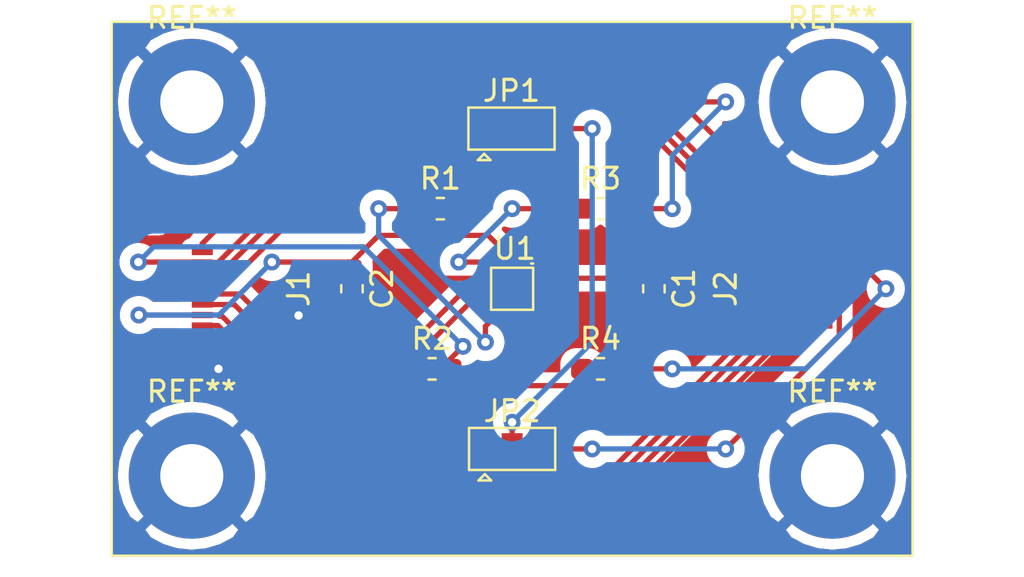
<source format=kicad_pcb>
(kicad_pcb (version 20171130) (host pcbnew "(5.1.5-0-10_14)")

  (general
    (thickness 1.6)
    (drawings 4)
    (tracks 159)
    (zones 0)
    (modules 15)
    (nets 16)
  )

  (page A4)
  (layers
    (0 F.Cu signal)
    (31 B.Cu signal)
    (32 B.Adhes user)
    (33 F.Adhes user)
    (34 B.Paste user)
    (35 F.Paste user)
    (36 B.SilkS user)
    (37 F.SilkS user)
    (38 B.Mask user)
    (39 F.Mask user)
    (40 Dwgs.User user)
    (41 Cmts.User user)
    (42 Eco1.User user)
    (43 Eco2.User user)
    (44 Edge.Cuts user)
    (45 Margin user)
    (46 B.CrtYd user)
    (47 F.CrtYd user)
    (48 B.Fab user)
    (49 F.Fab user)
  )

  (setup
    (last_trace_width 0.25)
    (user_trace_width 0.1524)
    (user_trace_width 0.1778)
    (user_trace_width 0.254)
    (user_trace_width 0.508)
    (trace_clearance 0.2)
    (zone_clearance 0.508)
    (zone_45_only no)
    (trace_min 0.1524)
    (via_size 0.8)
    (via_drill 0.4)
    (via_min_size 0.4)
    (via_min_drill 0.3)
    (uvia_size 0.3)
    (uvia_drill 0.1)
    (uvias_allowed no)
    (uvia_min_size 0.2)
    (uvia_min_drill 0.1)
    (edge_width 0.05)
    (segment_width 0.2)
    (pcb_text_width 0.3)
    (pcb_text_size 1.5 1.5)
    (mod_edge_width 0.12)
    (mod_text_size 1 1)
    (mod_text_width 0.15)
    (pad_size 6.000001 6.000001)
    (pad_drill 2.999999)
    (pad_to_mask_clearance 0.051)
    (solder_mask_min_width 0.25)
    (aux_axis_origin 0 0)
    (visible_elements FFFFFF7F)
    (pcbplotparams
      (layerselection 0x010fc_ffffffff)
      (usegerberextensions false)
      (usegerberattributes false)
      (usegerberadvancedattributes false)
      (creategerberjobfile false)
      (excludeedgelayer true)
      (linewidth 0.100000)
      (plotframeref false)
      (viasonmask false)
      (mode 1)
      (useauxorigin false)
      (hpglpennumber 1)
      (hpglpenspeed 20)
      (hpglpendiameter 15.000000)
      (psnegative false)
      (psa4output false)
      (plotreference true)
      (plotvalue true)
      (plotinvisibletext false)
      (padsonsilk false)
      (subtractmaskfromsilk false)
      (outputformat 1)
      (mirror false)
      (drillshape 1)
      (scaleselection 1)
      (outputdirectory ""))
  )

  (net 0 "")
  (net 1 GND)
  (net 2 VDD)
  (net 3 D2)
  (net 4 D1)
  (net 5 nCS)
  (net 6 MOSI)
  (net 7 MISO)
  (net 8 SCLK)
  (net 9 dnCS)
  (net 10 "Net-(JP1-Pad3)")
  (net 11 rnCS)
  (net 12 rMISO)
  (net 13 rSCLK)
  (net 14 rMOSI)
  (net 15 "Net-(U1-Pad7)")

  (net_class Default "This is the default net class."
    (clearance 0.2)
    (trace_width 0.25)
    (via_dia 0.8)
    (via_drill 0.4)
    (uvia_dia 0.3)
    (uvia_drill 0.1)
    (add_net D1)
    (add_net D2)
    (add_net GND)
    (add_net MISO)
    (add_net MOSI)
    (add_net "Net-(JP1-Pad3)")
    (add_net "Net-(U1-Pad7)")
    (add_net SCLK)
    (add_net VDD)
    (add_net dnCS)
    (add_net nCS)
    (add_net rMISO)
    (add_net rMOSI)
    (add_net rSCLK)
    (add_net rnCS)
  )

  (module MountingHole:MountingHole_3mm_Pad (layer F.Cu) (tedit 5E64AF84) (tstamp 5E650E4B)
    (at 143.51 110.49)
    (descr "Mounting Hole 3mm")
    (tags "mounting hole 3mm")
    (attr virtual)
    (fp_text reference REF** (at 0 -4) (layer F.SilkS)
      (effects (font (size 1 1) (thickness 0.15)))
    )
    (fp_text value MountingHole_3mm_Pad (at 0 4) (layer F.Fab)
      (effects (font (size 1 1) (thickness 0.15)))
    )
    (fp_circle (center 0 0) (end 3.25 0) (layer F.CrtYd) (width 0.05))
    (fp_circle (center 0 0) (end 3 0) (layer Cmts.User) (width 0.15))
    (fp_text user %R (at 0.3 0) (layer F.Fab)
      (effects (font (size 1 1) (thickness 0.15)))
    )
    (pad 1 thru_hole circle (at 0 0) (size 6.000001 6.000001) (drill 2.999999) (layers *.Cu *.Mask)
      (net 1 GND))
  )

  (module MountingHole:MountingHole_3mm_Pad (layer F.Cu) (tedit 5E64AF7B) (tstamp 5E650E27)
    (at 173.99 110.49)
    (descr "Mounting Hole 3mm")
    (tags "mounting hole 3mm")
    (attr virtual)
    (fp_text reference REF** (at 0 -4) (layer F.SilkS)
      (effects (font (size 1 1) (thickness 0.15)))
    )
    (fp_text value MountingHole_3mm_Pad (at 0 4) (layer F.Fab)
      (effects (font (size 1 1) (thickness 0.15)))
    )
    (fp_circle (center 0 0) (end 3.25 0) (layer F.CrtYd) (width 0.05))
    (fp_circle (center 0 0) (end 3 0) (layer Cmts.User) (width 0.15))
    (fp_text user %R (at 0.3 0) (layer F.Fab)
      (effects (font (size 1 1) (thickness 0.15)))
    )
    (pad 1 thru_hole circle (at 0 0) (size 6.000001 6.000001) (drill 2.999999) (layers *.Cu *.Mask)
      (net 1 GND))
  )

  (module MountingHole:MountingHole_3mm_Pad (layer F.Cu) (tedit 5E64AF58) (tstamp 5E650E03)
    (at 173.99 92.71)
    (descr "Mounting Hole 3mm")
    (tags "mounting hole 3mm")
    (attr virtual)
    (fp_text reference REF** (at 0 -4) (layer F.SilkS)
      (effects (font (size 1 1) (thickness 0.15)))
    )
    (fp_text value MountingHole_3mm_Pad (at 0 4) (layer F.Fab)
      (effects (font (size 1 1) (thickness 0.15)))
    )
    (fp_circle (center 0 0) (end 3.25 0) (layer F.CrtYd) (width 0.05))
    (fp_circle (center 0 0) (end 3 0) (layer Cmts.User) (width 0.15))
    (fp_text user %R (at 0.3 0) (layer F.Fab)
      (effects (font (size 1 1) (thickness 0.15)))
    )
    (pad 1 thru_hole circle (at 0 0) (size 6.000001 6.000001) (drill 2.999999) (layers *.Cu *.Mask)
      (net 1 GND))
  )

  (module MountingHole:MountingHole_3mm_Pad (layer F.Cu) (tedit 5E64AF8E) (tstamp 5E650DDF)
    (at 143.51 92.71)
    (descr "Mounting Hole 3mm")
    (tags "mounting hole 3mm")
    (attr virtual)
    (fp_text reference REF** (at 0 -4) (layer F.SilkS)
      (effects (font (size 1 1) (thickness 0.15)))
    )
    (fp_text value MountingHole_3mm_Pad (at 0 4) (layer F.Fab)
      (effects (font (size 1 1) (thickness 0.15)))
    )
    (fp_circle (center 0 0) (end 3.25 0) (layer F.CrtYd) (width 0.05))
    (fp_circle (center 0 0) (end 3 0) (layer Cmts.User) (width 0.15))
    (fp_text user %R (at 0.3 0) (layer F.Fab)
      (effects (font (size 1 1) (thickness 0.15)))
    )
    (pad 1 thru_hole circle (at 0 0) (size 6.000001 6.000001) (drill 2.999999) (layers *.Cu *.Mask)
      (net 1 GND))
  )

  (module calstar:BMP388 (layer F.Cu) (tedit 5D2A1749) (tstamp 5E650567)
    (at 158.75 101.6)
    (path /5E64975D)
    (attr smd)
    (fp_text reference U1 (at 0.127 -1.905 180) (layer F.SilkS)
      (effects (font (size 1 1) (thickness 0.15)))
    )
    (fp_text value BMP388 (at 0 -3.302) (layer F.Fab)
      (effects (font (size 1 1) (thickness 0.15)))
    )
    (fp_line (start 1 -1.2) (end 0.9 -1.2) (layer F.SilkS) (width 0.12))
    (fp_line (start -1 1) (end -1 -1) (layer F.SilkS) (width 0.12))
    (fp_line (start 1 1) (end -1 1) (layer F.SilkS) (width 0.12))
    (fp_line (start 1 -1) (end 1 1) (layer F.SilkS) (width 0.12))
    (fp_line (start -1 -1) (end 1 -1) (layer F.SilkS) (width 0.12))
    (pad 3 smd rect (at -0.7625 -0.5) (size 0.275 0.25) (layers F.Cu F.Paste F.Mask)
      (net 1 GND))
    (pad 4 smd rect (at -0.7625 0) (size 0.275 0.25) (layers F.Cu F.Paste F.Mask)
      (net 14 rMOSI))
    (pad 5 smd rect (at -0.7625 0.5) (size 0.275 0.25) (layers F.Cu F.Paste F.Mask)
      (net 12 rMISO))
    (pad 8 smd rect (at 0.7625 0.5) (size 0.275 0.25) (layers F.Cu F.Paste F.Mask)
      (net 1 GND))
    (pad 9 smd rect (at 0.7625 0) (size 0.275 0.25) (layers F.Cu F.Paste F.Mask)
      (net 1 GND))
    (pad 10 smd rect (at 0.7625 -0.5) (size 0.275 0.25) (layers F.Cu F.Paste F.Mask)
      (net 2 VDD))
    (pad 1 smd rect (at 0.25 -0.7625) (size 0.25 0.275) (layers F.Cu F.Paste F.Mask)
      (net 2 VDD))
    (pad 2 smd rect (at -0.25 -0.7625) (size 0.25 0.275) (layers F.Cu F.Paste F.Mask)
      (net 13 rSCLK))
    (pad 7 smd rect (at 0.25 0.7625) (size 0.25 0.275) (layers F.Cu F.Paste F.Mask)
      (net 15 "Net-(U1-Pad7)"))
    (pad 6 smd rect (at -0.25 0.7625) (size 0.25 0.275) (layers F.Cu F.Paste F.Mask)
      (net 11 rnCS))
  )

  (module Resistor_SMD:R_0603_1608Metric_Pad1.05x0.95mm_HandSolder (layer F.Cu) (tedit 5B301BBD) (tstamp 5E650554)
    (at 162.955 105.41)
    (descr "Resistor SMD 0603 (1608 Metric), square (rectangular) end terminal, IPC_7351 nominal with elongated pad for handsoldering. (Body size source: http://www.tortai-tech.com/upload/download/2011102023233369053.pdf), generated with kicad-footprint-generator")
    (tags "resistor handsolder")
    (path /5E6F7AFD)
    (attr smd)
    (fp_text reference R4 (at 0 -1.43) (layer F.SilkS)
      (effects (font (size 1 1) (thickness 0.15)))
    )
    (fp_text value R_Small (at 0 1.43) (layer F.Fab)
      (effects (font (size 1 1) (thickness 0.15)))
    )
    (fp_text user %R (at 0 0) (layer F.Fab)
      (effects (font (size 0.4 0.4) (thickness 0.06)))
    )
    (fp_line (start 1.65 0.73) (end -1.65 0.73) (layer F.CrtYd) (width 0.05))
    (fp_line (start 1.65 -0.73) (end 1.65 0.73) (layer F.CrtYd) (width 0.05))
    (fp_line (start -1.65 -0.73) (end 1.65 -0.73) (layer F.CrtYd) (width 0.05))
    (fp_line (start -1.65 0.73) (end -1.65 -0.73) (layer F.CrtYd) (width 0.05))
    (fp_line (start -0.171267 0.51) (end 0.171267 0.51) (layer F.SilkS) (width 0.12))
    (fp_line (start -0.171267 -0.51) (end 0.171267 -0.51) (layer F.SilkS) (width 0.12))
    (fp_line (start 0.8 0.4) (end -0.8 0.4) (layer F.Fab) (width 0.1))
    (fp_line (start 0.8 -0.4) (end 0.8 0.4) (layer F.Fab) (width 0.1))
    (fp_line (start -0.8 -0.4) (end 0.8 -0.4) (layer F.Fab) (width 0.1))
    (fp_line (start -0.8 0.4) (end -0.8 -0.4) (layer F.Fab) (width 0.1))
    (pad 2 smd roundrect (at 0.875 0) (size 1.05 0.95) (layers F.Cu F.Paste F.Mask) (roundrect_rratio 0.25)
      (net 6 MOSI))
    (pad 1 smd roundrect (at -0.875 0) (size 1.05 0.95) (layers F.Cu F.Paste F.Mask) (roundrect_rratio 0.25)
      (net 14 rMOSI))
    (model ${KISYS3DMOD}/Resistor_SMD.3dshapes/R_0603_1608Metric.wrl
      (at (xyz 0 0 0))
      (scale (xyz 1 1 1))
      (rotate (xyz 0 0 0))
    )
  )

  (module Resistor_SMD:R_0603_1608Metric_Pad1.05x0.95mm_HandSolder (layer F.Cu) (tedit 5B301BBD) (tstamp 5E650543)
    (at 162.955 97.79)
    (descr "Resistor SMD 0603 (1608 Metric), square (rectangular) end terminal, IPC_7351 nominal with elongated pad for handsoldering. (Body size source: http://www.tortai-tech.com/upload/download/2011102023233369053.pdf), generated with kicad-footprint-generator")
    (tags "resistor handsolder")
    (path /5E4EC420)
    (attr smd)
    (fp_text reference R3 (at 0 -1.43) (layer F.SilkS)
      (effects (font (size 1 1) (thickness 0.15)))
    )
    (fp_text value R_Small (at 0 1.43) (layer F.Fab)
      (effects (font (size 1 1) (thickness 0.15)))
    )
    (fp_text user %R (at 0 0) (layer F.Fab)
      (effects (font (size 0.4 0.4) (thickness 0.06)))
    )
    (fp_line (start 1.65 0.73) (end -1.65 0.73) (layer F.CrtYd) (width 0.05))
    (fp_line (start 1.65 -0.73) (end 1.65 0.73) (layer F.CrtYd) (width 0.05))
    (fp_line (start -1.65 -0.73) (end 1.65 -0.73) (layer F.CrtYd) (width 0.05))
    (fp_line (start -1.65 0.73) (end -1.65 -0.73) (layer F.CrtYd) (width 0.05))
    (fp_line (start -0.171267 0.51) (end 0.171267 0.51) (layer F.SilkS) (width 0.12))
    (fp_line (start -0.171267 -0.51) (end 0.171267 -0.51) (layer F.SilkS) (width 0.12))
    (fp_line (start 0.8 0.4) (end -0.8 0.4) (layer F.Fab) (width 0.1))
    (fp_line (start 0.8 -0.4) (end 0.8 0.4) (layer F.Fab) (width 0.1))
    (fp_line (start -0.8 -0.4) (end 0.8 -0.4) (layer F.Fab) (width 0.1))
    (fp_line (start -0.8 0.4) (end -0.8 -0.4) (layer F.Fab) (width 0.1))
    (pad 2 smd roundrect (at 0.875 0) (size 1.05 0.95) (layers F.Cu F.Paste F.Mask) (roundrect_rratio 0.25)
      (net 8 SCLK))
    (pad 1 smd roundrect (at -0.875 0) (size 1.05 0.95) (layers F.Cu F.Paste F.Mask) (roundrect_rratio 0.25)
      (net 13 rSCLK))
    (model ${KISYS3DMOD}/Resistor_SMD.3dshapes/R_0603_1608Metric.wrl
      (at (xyz 0 0 0))
      (scale (xyz 1 1 1))
      (rotate (xyz 0 0 0))
    )
  )

  (module Resistor_SMD:R_0603_1608Metric_Pad1.05x0.95mm_HandSolder (layer F.Cu) (tedit 5B301BBD) (tstamp 5E650532)
    (at 154.94 105.41)
    (descr "Resistor SMD 0603 (1608 Metric), square (rectangular) end terminal, IPC_7351 nominal with elongated pad for handsoldering. (Body size source: http://www.tortai-tech.com/upload/download/2011102023233369053.pdf), generated with kicad-footprint-generator")
    (tags "resistor handsolder")
    (path /5E4EC154)
    (attr smd)
    (fp_text reference R2 (at 0 -1.43) (layer F.SilkS)
      (effects (font (size 1 1) (thickness 0.15)))
    )
    (fp_text value R_Small (at 0 1.43) (layer F.Fab)
      (effects (font (size 1 1) (thickness 0.15)))
    )
    (fp_text user %R (at 0 0) (layer F.Fab)
      (effects (font (size 0.4 0.4) (thickness 0.06)))
    )
    (fp_line (start 1.65 0.73) (end -1.65 0.73) (layer F.CrtYd) (width 0.05))
    (fp_line (start 1.65 -0.73) (end 1.65 0.73) (layer F.CrtYd) (width 0.05))
    (fp_line (start -1.65 -0.73) (end 1.65 -0.73) (layer F.CrtYd) (width 0.05))
    (fp_line (start -1.65 0.73) (end -1.65 -0.73) (layer F.CrtYd) (width 0.05))
    (fp_line (start -0.171267 0.51) (end 0.171267 0.51) (layer F.SilkS) (width 0.12))
    (fp_line (start -0.171267 -0.51) (end 0.171267 -0.51) (layer F.SilkS) (width 0.12))
    (fp_line (start 0.8 0.4) (end -0.8 0.4) (layer F.Fab) (width 0.1))
    (fp_line (start 0.8 -0.4) (end 0.8 0.4) (layer F.Fab) (width 0.1))
    (fp_line (start -0.8 -0.4) (end 0.8 -0.4) (layer F.Fab) (width 0.1))
    (fp_line (start -0.8 0.4) (end -0.8 -0.4) (layer F.Fab) (width 0.1))
    (pad 2 smd roundrect (at 0.875 0) (size 1.05 0.95) (layers F.Cu F.Paste F.Mask) (roundrect_rratio 0.25)
      (net 7 MISO))
    (pad 1 smd roundrect (at -0.875 0) (size 1.05 0.95) (layers F.Cu F.Paste F.Mask) (roundrect_rratio 0.25)
      (net 12 rMISO))
    (model ${KISYS3DMOD}/Resistor_SMD.3dshapes/R_0603_1608Metric.wrl
      (at (xyz 0 0 0))
      (scale (xyz 1 1 1))
      (rotate (xyz 0 0 0))
    )
  )

  (module Resistor_SMD:R_0603_1608Metric_Pad1.05x0.95mm_HandSolder (layer F.Cu) (tedit 5B301BBD) (tstamp 5E650521)
    (at 155.335 97.79)
    (descr "Resistor SMD 0603 (1608 Metric), square (rectangular) end terminal, IPC_7351 nominal with elongated pad for handsoldering. (Body size source: http://www.tortai-tech.com/upload/download/2011102023233369053.pdf), generated with kicad-footprint-generator")
    (tags "resistor handsolder")
    (path /5E4EB53B)
    (attr smd)
    (fp_text reference R1 (at 0 -1.43) (layer F.SilkS)
      (effects (font (size 1 1) (thickness 0.15)))
    )
    (fp_text value R_Small (at 0 1.43) (layer F.Fab)
      (effects (font (size 1 1) (thickness 0.15)))
    )
    (fp_text user %R (at 0 0) (layer F.Fab)
      (effects (font (size 0.4 0.4) (thickness 0.06)))
    )
    (fp_line (start 1.65 0.73) (end -1.65 0.73) (layer F.CrtYd) (width 0.05))
    (fp_line (start 1.65 -0.73) (end 1.65 0.73) (layer F.CrtYd) (width 0.05))
    (fp_line (start -1.65 -0.73) (end 1.65 -0.73) (layer F.CrtYd) (width 0.05))
    (fp_line (start -1.65 0.73) (end -1.65 -0.73) (layer F.CrtYd) (width 0.05))
    (fp_line (start -0.171267 0.51) (end 0.171267 0.51) (layer F.SilkS) (width 0.12))
    (fp_line (start -0.171267 -0.51) (end 0.171267 -0.51) (layer F.SilkS) (width 0.12))
    (fp_line (start 0.8 0.4) (end -0.8 0.4) (layer F.Fab) (width 0.1))
    (fp_line (start 0.8 -0.4) (end 0.8 0.4) (layer F.Fab) (width 0.1))
    (fp_line (start -0.8 -0.4) (end 0.8 -0.4) (layer F.Fab) (width 0.1))
    (fp_line (start -0.8 0.4) (end -0.8 -0.4) (layer F.Fab) (width 0.1))
    (pad 2 smd roundrect (at 0.875 0) (size 1.05 0.95) (layers F.Cu F.Paste F.Mask) (roundrect_rratio 0.25)
      (net 9 dnCS))
    (pad 1 smd roundrect (at -0.875 0) (size 1.05 0.95) (layers F.Cu F.Paste F.Mask) (roundrect_rratio 0.25)
      (net 11 rnCS))
    (model ${KISYS3DMOD}/Resistor_SMD.3dshapes/R_0603_1608Metric.wrl
      (at (xyz 0 0 0))
      (scale (xyz 1 1 1))
      (rotate (xyz 0 0 0))
    )
  )

  (module Jumper:SolderJumper-3_P1.3mm_Open_Pad1.0x1.5mm (layer F.Cu) (tedit 5A3F8BB2) (tstamp 5E650510)
    (at 158.75 109.22)
    (descr "SMD Solder 3-pad Jumper, 1x1.5mm Pads, 0.3mm gap, open")
    (tags "solder jumper open")
    (path /5E4F00F3)
    (attr virtual)
    (fp_text reference JP2 (at 0 -1.8) (layer F.SilkS)
      (effects (font (size 1 1) (thickness 0.15)))
    )
    (fp_text value SolderJumper_3_Open (at 0 2) (layer F.Fab)
      (effects (font (size 1 1) (thickness 0.15)))
    )
    (fp_line (start 2.3 1.25) (end -2.3 1.25) (layer F.CrtYd) (width 0.05))
    (fp_line (start 2.3 1.25) (end 2.3 -1.25) (layer F.CrtYd) (width 0.05))
    (fp_line (start -2.3 -1.25) (end -2.3 1.25) (layer F.CrtYd) (width 0.05))
    (fp_line (start -2.3 -1.25) (end 2.3 -1.25) (layer F.CrtYd) (width 0.05))
    (fp_line (start -2.05 -1) (end 2.05 -1) (layer F.SilkS) (width 0.12))
    (fp_line (start 2.05 -1) (end 2.05 1) (layer F.SilkS) (width 0.12))
    (fp_line (start 2.05 1) (end -2.05 1) (layer F.SilkS) (width 0.12))
    (fp_line (start -2.05 1) (end -2.05 -1) (layer F.SilkS) (width 0.12))
    (fp_line (start -1.3 1.2) (end -1.6 1.5) (layer F.SilkS) (width 0.12))
    (fp_line (start -1.6 1.5) (end -1 1.5) (layer F.SilkS) (width 0.12))
    (fp_line (start -1.3 1.2) (end -1 1.5) (layer F.SilkS) (width 0.12))
    (pad 1 smd rect (at -1.3 0) (size 1 1.5) (layers F.Cu F.Mask)
      (net 4 D1))
    (pad 2 smd rect (at 0 0) (size 1 1.5) (layers F.Cu F.Mask)
      (net 10 "Net-(JP1-Pad3)"))
    (pad 3 smd rect (at 1.3 0) (size 1 1.5) (layers F.Cu F.Mask)
      (net 3 D2))
  )

  (module Jumper:SolderJumper-3_P1.3mm_Bridged2Bar12_Pad1.0x1.5mm (layer F.Cu) (tedit 5C756AFF) (tstamp 5E6504FE)
    (at 158.72 93.98)
    (descr "SMD Solder 3-pad Jumper, 1x1.5mm Pads, 0.3mm gap, pads 1-2 Bridged2Bar with 2 copper strip")
    (tags "solder jumper open")
    (path /5E4F0AE0)
    (attr virtual)
    (fp_text reference JP1 (at 0 -1.8) (layer F.SilkS)
      (effects (font (size 1 1) (thickness 0.15)))
    )
    (fp_text value SolderJumper_3_Bridged12 (at 0 2) (layer F.Fab)
      (effects (font (size 1 1) (thickness 0.15)))
    )
    (fp_poly (pts (xy -0.9 0.2) (xy -0.4 0.2) (xy -0.4 0.6) (xy -0.9 0.6)) (layer F.Cu) (width 0))
    (fp_poly (pts (xy -0.9 -0.6) (xy -0.4 -0.6) (xy -0.4 -0.2) (xy -0.9 -0.2)) (layer F.Cu) (width 0))
    (fp_line (start 2.3 1.25) (end -2.3 1.25) (layer F.CrtYd) (width 0.05))
    (fp_line (start 2.3 1.25) (end 2.3 -1.25) (layer F.CrtYd) (width 0.05))
    (fp_line (start -2.3 -1.25) (end -2.3 1.25) (layer F.CrtYd) (width 0.05))
    (fp_line (start -2.3 -1.25) (end 2.3 -1.25) (layer F.CrtYd) (width 0.05))
    (fp_line (start -2.05 -1) (end 2.05 -1) (layer F.SilkS) (width 0.12))
    (fp_line (start 2.05 -1) (end 2.05 1) (layer F.SilkS) (width 0.12))
    (fp_line (start 2.05 1) (end -2.05 1) (layer F.SilkS) (width 0.12))
    (fp_line (start -2.05 1) (end -2.05 -1) (layer F.SilkS) (width 0.12))
    (fp_line (start -1.3 1.2) (end -1.6 1.5) (layer F.SilkS) (width 0.12))
    (fp_line (start -1.6 1.5) (end -1 1.5) (layer F.SilkS) (width 0.12))
    (fp_line (start -1.3 1.2) (end -1 1.5) (layer F.SilkS) (width 0.12))
    (pad 2 smd rect (at 0 0) (size 1 1.5) (layers F.Cu F.Mask)
      (net 9 dnCS))
    (pad 3 smd rect (at 1.3 0) (size 1 1.5) (layers F.Cu F.Mask)
      (net 10 "Net-(JP1-Pad3)"))
    (pad 1 smd rect (at -1.3 0) (size 1 1.5) (layers F.Cu F.Mask)
      (net 5 nCS))
  )

  (module stuff:505110-0892 (layer F.Cu) (tedit 5DDF0F7D) (tstamp 5E6504EA)
    (at 173.99 101.6 90)
    (path /5E4CC615)
    (fp_text reference J2 (at 0 -5.08 90) (layer F.SilkS)
      (effects (font (size 1 1) (thickness 0.15)))
    )
    (fp_text value Conn_01x08 (at 0 -2.54 90) (layer F.Fab)
      (effects (font (size 1 1) (thickness 0.15)))
    )
    (pad 9 smd rect (at 4.05 2.2 90) (size 2 1.3) (layers F.Cu F.Paste F.Mask))
    (pad 9 smd rect (at -4.05 2.2 90) (size 2 1.3) (layers F.Cu F.Paste F.Mask))
    (pad 8 smd rect (at 1.75 -0.5 90) (size 0.3 1) (layers F.Cu F.Paste F.Mask)
      (net 8 SCLK))
    (pad 7 smd rect (at 1.25 -0.5 90) (size 0.3 1) (layers F.Cu F.Paste F.Mask)
      (net 7 MISO))
    (pad 6 smd rect (at 0.75 -0.5 90) (size 0.3 1) (layers F.Cu F.Paste F.Mask)
      (net 6 MOSI))
    (pad 5 smd rect (at 0.25 -0.5 90) (size 0.3 1) (layers F.Cu F.Paste F.Mask)
      (net 5 nCS))
    (pad 4 smd rect (at -0.25 -0.5 90) (size 0.3 1) (layers F.Cu F.Paste F.Mask)
      (net 4 D1))
    (pad 3 smd rect (at -0.75 -0.5 90) (size 0.3 1) (layers F.Cu F.Paste F.Mask)
      (net 3 D2))
    (pad 2 smd rect (at -1.25 -0.5 90) (size 0.3 1) (layers F.Cu F.Paste F.Mask)
      (net 2 VDD))
    (pad 1 smd rect (at -1.75 -0.5 90) (size 0.3 1) (layers F.Cu F.Paste F.Mask)
      (net 1 GND))
  )

  (module stuff:505110-0892 (layer F.Cu) (tedit 5DDF0F7D) (tstamp 5E6504DC)
    (at 143.51 101.6 270)
    (path /5E4CB9FD)
    (fp_text reference J1 (at 0 -5.08 90) (layer F.SilkS)
      (effects (font (size 1 1) (thickness 0.15)))
    )
    (fp_text value Conn_01x08 (at 0 -2.54 90) (layer F.Fab)
      (effects (font (size 1 1) (thickness 0.15)))
    )
    (pad 9 smd rect (at 4.05 2.2 270) (size 2 1.3) (layers F.Cu F.Paste F.Mask))
    (pad 9 smd rect (at -4.05 2.2 270) (size 2 1.3) (layers F.Cu F.Paste F.Mask))
    (pad 8 smd rect (at 1.75 -0.5 270) (size 0.3 1) (layers F.Cu F.Paste F.Mask)
      (net 1 GND))
    (pad 7 smd rect (at 1.25 -0.5 270) (size 0.3 1) (layers F.Cu F.Paste F.Mask)
      (net 2 VDD))
    (pad 6 smd rect (at 0.75 -0.5 270) (size 0.3 1) (layers F.Cu F.Paste F.Mask)
      (net 3 D2))
    (pad 5 smd rect (at 0.25 -0.5 270) (size 0.3 1) (layers F.Cu F.Paste F.Mask)
      (net 4 D1))
    (pad 4 smd rect (at -0.25 -0.5 270) (size 0.3 1) (layers F.Cu F.Paste F.Mask)
      (net 5 nCS))
    (pad 3 smd rect (at -0.75 -0.5 270) (size 0.3 1) (layers F.Cu F.Paste F.Mask)
      (net 6 MOSI))
    (pad 2 smd rect (at -1.25 -0.5 270) (size 0.3 1) (layers F.Cu F.Paste F.Mask)
      (net 7 MISO))
    (pad 1 smd rect (at -1.75 -0.5 270) (size 0.3 1) (layers F.Cu F.Paste F.Mask)
      (net 8 SCLK))
  )

  (module Capacitor_SMD:C_0603_1608Metric_Pad1.05x0.95mm_HandSolder (layer F.Cu) (tedit 5B301BBE) (tstamp 5E6504CE)
    (at 151.13 101.6 270)
    (descr "Capacitor SMD 0603 (1608 Metric), square (rectangular) end terminal, IPC_7351 nominal with elongated pad for handsoldering. (Body size source: http://www.tortai-tech.com/upload/download/2011102023233369053.pdf), generated with kicad-footprint-generator")
    (tags "capacitor handsolder")
    (path /5E4D107A)
    (attr smd)
    (fp_text reference C2 (at 0 -1.43 90) (layer F.SilkS)
      (effects (font (size 1 1) (thickness 0.15)))
    )
    (fp_text value 0.1u (at 0 1.43 90) (layer F.Fab)
      (effects (font (size 1 1) (thickness 0.15)))
    )
    (fp_text user %R (at 0 0 90) (layer F.Fab)
      (effects (font (size 0.4 0.4) (thickness 0.06)))
    )
    (fp_line (start 1.65 0.73) (end -1.65 0.73) (layer F.CrtYd) (width 0.05))
    (fp_line (start 1.65 -0.73) (end 1.65 0.73) (layer F.CrtYd) (width 0.05))
    (fp_line (start -1.65 -0.73) (end 1.65 -0.73) (layer F.CrtYd) (width 0.05))
    (fp_line (start -1.65 0.73) (end -1.65 -0.73) (layer F.CrtYd) (width 0.05))
    (fp_line (start -0.171267 0.51) (end 0.171267 0.51) (layer F.SilkS) (width 0.12))
    (fp_line (start -0.171267 -0.51) (end 0.171267 -0.51) (layer F.SilkS) (width 0.12))
    (fp_line (start 0.8 0.4) (end -0.8 0.4) (layer F.Fab) (width 0.1))
    (fp_line (start 0.8 -0.4) (end 0.8 0.4) (layer F.Fab) (width 0.1))
    (fp_line (start -0.8 -0.4) (end 0.8 -0.4) (layer F.Fab) (width 0.1))
    (fp_line (start -0.8 0.4) (end -0.8 -0.4) (layer F.Fab) (width 0.1))
    (pad 2 smd roundrect (at 0.875 0 270) (size 1.05 0.95) (layers F.Cu F.Paste F.Mask) (roundrect_rratio 0.25)
      (net 1 GND))
    (pad 1 smd roundrect (at -0.875 0 270) (size 1.05 0.95) (layers F.Cu F.Paste F.Mask) (roundrect_rratio 0.25)
      (net 2 VDD))
    (model ${KISYS3DMOD}/Capacitor_SMD.3dshapes/C_0603_1608Metric.wrl
      (at (xyz 0 0 0))
      (scale (xyz 1 1 1))
      (rotate (xyz 0 0 0))
    )
  )

  (module Capacitor_SMD:C_0603_1608Metric_Pad1.05x0.95mm_HandSolder (layer F.Cu) (tedit 5B301BBE) (tstamp 5E6504BD)
    (at 165.495 101.6 270)
    (descr "Capacitor SMD 0603 (1608 Metric), square (rectangular) end terminal, IPC_7351 nominal with elongated pad for handsoldering. (Body size source: http://www.tortai-tech.com/upload/download/2011102023233369053.pdf), generated with kicad-footprint-generator")
    (tags "capacitor handsolder")
    (path /5E4D0C32)
    (attr smd)
    (fp_text reference C1 (at 0 -1.43 90) (layer F.SilkS)
      (effects (font (size 1 1) (thickness 0.15)))
    )
    (fp_text value 0.1u (at 0 1.43 90) (layer F.Fab)
      (effects (font (size 1 1) (thickness 0.15)))
    )
    (fp_text user %R (at 0 0 90) (layer F.Fab)
      (effects (font (size 0.4 0.4) (thickness 0.06)))
    )
    (fp_line (start 1.65 0.73) (end -1.65 0.73) (layer F.CrtYd) (width 0.05))
    (fp_line (start 1.65 -0.73) (end 1.65 0.73) (layer F.CrtYd) (width 0.05))
    (fp_line (start -1.65 -0.73) (end 1.65 -0.73) (layer F.CrtYd) (width 0.05))
    (fp_line (start -1.65 0.73) (end -1.65 -0.73) (layer F.CrtYd) (width 0.05))
    (fp_line (start -0.171267 0.51) (end 0.171267 0.51) (layer F.SilkS) (width 0.12))
    (fp_line (start -0.171267 -0.51) (end 0.171267 -0.51) (layer F.SilkS) (width 0.12))
    (fp_line (start 0.8 0.4) (end -0.8 0.4) (layer F.Fab) (width 0.1))
    (fp_line (start 0.8 -0.4) (end 0.8 0.4) (layer F.Fab) (width 0.1))
    (fp_line (start -0.8 -0.4) (end 0.8 -0.4) (layer F.Fab) (width 0.1))
    (fp_line (start -0.8 0.4) (end -0.8 -0.4) (layer F.Fab) (width 0.1))
    (pad 2 smd roundrect (at 0.875 0 270) (size 1.05 0.95) (layers F.Cu F.Paste F.Mask) (roundrect_rratio 0.25)
      (net 1 GND))
    (pad 1 smd roundrect (at -0.875 0 270) (size 1.05 0.95) (layers F.Cu F.Paste F.Mask) (roundrect_rratio 0.25)
      (net 2 VDD))
    (model ${KISYS3DMOD}/Capacitor_SMD.3dshapes/C_0603_1608Metric.wrl
      (at (xyz 0 0 0))
      (scale (xyz 1 1 1))
      (rotate (xyz 0 0 0))
    )
  )

  (gr_line (start 139.7 114.3) (end 139.7 88.9) (layer F.SilkS) (width 0.12) (tstamp 5E650663))
  (gr_line (start 177.8 114.3) (end 139.7 114.3) (layer F.SilkS) (width 0.12))
  (gr_line (start 177.8 88.9) (end 177.8 114.3) (layer F.SilkS) (width 0.12))
  (gr_line (start 139.7 88.9) (end 177.8 88.9) (layer F.SilkS) (width 0.12))

  (segment (start 159.5125 101.6) (end 159.5125 102.1) (width 0.25) (layer F.Cu) (net 1))
  (segment (start 165.12 102.1) (end 165.495 102.475) (width 0.25) (layer F.Cu) (net 1))
  (segment (start 159.5125 102.1) (end 165.12 102.1) (width 0.25) (layer F.Cu) (net 1))
  (segment (start 152.505 101.1) (end 151.13 102.475) (width 0.25) (layer F.Cu) (net 1))
  (segment (start 157.9875 101.1) (end 152.505 101.1) (width 0.25) (layer F.Cu) (net 1))
  (segment (start 172.24 103.35) (end 173.49 103.35) (width 0.25) (layer F.Cu) (net 1))
  (segment (start 154.44 113.03) (end 162.56 113.03) (width 0.25) (layer F.Cu) (net 1))
  (segment (start 162.56 113.03) (end 172.24 103.35) (width 0.25) (layer F.Cu) (net 1))
  (segment (start 144.01 103.35) (end 144.76 103.35) (width 0.25) (layer F.Cu) (net 1))
  (via (at 148.59 102.87) (size 0.8) (drill 0.4) (layers F.Cu B.Cu) (net 1))
  (segment (start 150.735 102.87) (end 151.13 102.475) (width 0.25) (layer F.Cu) (net 1))
  (segment (start 148.59 102.87) (end 150.735 102.87) (width 0.25) (layer F.Cu) (net 1))
  (segment (start 148.59 102.87) (end 147.32 102.87) (width 0.25) (layer B.Cu) (net 1))
  (segment (start 147.32 102.87) (end 144.78 105.41) (width 0.25) (layer B.Cu) (net 1))
  (segment (start 144.78 105.41) (end 144.78 105.41) (width 0.25) (layer B.Cu) (net 1) (tstamp 5E651E77))
  (via (at 144.78 105.41) (size 0.8) (drill 0.4) (layers F.Cu B.Cu) (net 1))
  (segment (start 145.8 104.39) (end 144.78 105.41) (width 0.25) (layer F.Cu) (net 1))
  (segment (start 144.76 103.35) (end 145.8 104.39) (width 0.25) (layer F.Cu) (net 1))
  (segment (start 145.8 104.39) (end 154.44 113.03) (width 0.25) (layer F.Cu) (net 1))
  (segment (start 159 100.45) (end 157.61 99.06) (width 0.25) (layer F.Cu) (net 2))
  (segment (start 159 100.8375) (end 159 100.45) (width 0.25) (layer F.Cu) (net 2))
  (segment (start 157.61 99.06) (end 152.4 99.06) (width 0.25) (layer F.Cu) (net 2))
  (segment (start 152.4 99.06) (end 151.13 100.33) (width 0.25) (layer F.Cu) (net 2))
  (segment (start 165.12 101.1) (end 165.495 100.725) (width 0.25) (layer F.Cu) (net 2))
  (segment (start 159.5125 101.1) (end 165.12 101.1) (width 0.25) (layer F.Cu) (net 2))
  (segment (start 144.946401 102.899991) (end 154.6264 112.57999) (width 0.25) (layer F.Cu) (net 2))
  (segment (start 154.6264 112.57999) (end 162.3736 112.57999) (width 0.25) (layer F.Cu) (net 2))
  (segment (start 162.3736 112.57999) (end 172.10359 102.85) (width 0.25) (layer F.Cu) (net 2))
  (segment (start 144.80999 102.89999) (end 144.946401 102.899991) (width 0.25) (layer F.Cu) (net 2))
  (segment (start 172.10359 102.85) (end 173.49 102.85) (width 0.25) (layer F.Cu) (net 2))
  (segment (start 144.76 102.85) (end 144.80999 102.89999) (width 0.25) (layer F.Cu) (net 2))
  (segment (start 144.01 102.85) (end 144.76 102.85) (width 0.25) (layer F.Cu) (net 2))
  (segment (start 144.01 102.85) (end 140.99 102.85) (width 0.25) (layer F.Cu) (net 2))
  (segment (start 140.99 102.85) (end 140.99 102.85) (width 0.25) (layer F.Cu) (net 2) (tstamp 5E6519D5))
  (via (at 140.99 102.85) (size 0.8) (drill 0.4) (layers F.Cu B.Cu) (net 2))
  (segment (start 140.99 102.85) (end 144.8 102.85) (width 0.25) (layer B.Cu) (net 2))
  (segment (start 144.8 102.85) (end 147.32 100.33) (width 0.25) (layer B.Cu) (net 2))
  (segment (start 147.32 100.33) (end 147.32 100.33) (width 0.25) (layer B.Cu) (net 2) (tstamp 5E6519E3))
  (via (at 147.32 100.33) (size 0.8) (drill 0.4) (layers F.Cu B.Cu) (net 2))
  (segment (start 150.735 100.33) (end 151.13 100.725) (width 0.25) (layer F.Cu) (net 2))
  (segment (start 147.32 100.33) (end 150.735 100.33) (width 0.25) (layer F.Cu) (net 2))
  (segment (start 144.01 102.35) (end 145.53 102.35) (width 0.25) (layer F.Cu) (net 3))
  (segment (start 145.53 102.35) (end 154.94 111.76) (width 0.25) (layer F.Cu) (net 3))
  (segment (start 172.74 102.35) (end 173.49 102.35) (width 0.25) (layer F.Cu) (net 3))
  (segment (start 171.96718 102.35) (end 172.74 102.35) (width 0.25) (layer F.Cu) (net 3))
  (segment (start 162.55718 111.76) (end 171.96718 102.35) (width 0.25) (layer F.Cu) (net 3))
  (segment (start 154.94 111.76) (end 162.55718 111.76) (width 0.25) (layer F.Cu) (net 3))
  (segment (start 160.05 109.22) (end 162.56 109.22) (width 0.25) (layer F.Cu) (net 3))
  (segment (start 162.56 109.22) (end 162.56 109.22) (width 0.25) (layer F.Cu) (net 3) (tstamp 5E651A80))
  (via (at 162.56 109.22) (size 0.8) (drill 0.4) (layers F.Cu B.Cu) (net 3))
  (segment (start 162.56 109.22) (end 168.91 109.22) (width 0.25) (layer B.Cu) (net 3))
  (segment (start 168.91 109.22) (end 168.91 109.22) (width 0.25) (layer B.Cu) (net 3) (tstamp 5E651B1A))
  (via (at 168.91 109.22) (size 0.8) (drill 0.4) (layers F.Cu B.Cu) (net 3))
  (segment (start 174.24 102.35) (end 173.49 102.35) (width 0.25) (layer F.Cu) (net 3))
  (segment (start 174.315001 102.425001) (end 174.24 102.35) (width 0.25) (layer F.Cu) (net 3))
  (segment (start 174.315001 103.814999) (end 174.315001 102.425001) (width 0.25) (layer F.Cu) (net 3))
  (segment (start 168.91 109.22) (end 174.315001 103.814999) (width 0.25) (layer F.Cu) (net 3))
  (segment (start 144.01 101.85) (end 145.798215 101.85) (width 0.25) (layer F.Cu) (net 4))
  (segment (start 154.94 110.991785) (end 154.94 111.12359) (width 0.25) (layer F.Cu) (net 4))
  (segment (start 172.74 101.85) (end 173.49 101.85) (width 0.25) (layer F.Cu) (net 4))
  (segment (start 171.83077 101.85) (end 172.74 101.85) (width 0.25) (layer F.Cu) (net 4))
  (segment (start 162.55718 111.12359) (end 171.83077 101.85) (width 0.25) (layer F.Cu) (net 4))
  (segment (start 154.94 111.12359) (end 156.84641 111.12359) (width 0.25) (layer F.Cu) (net 4))
  (segment (start 156.84641 111.12359) (end 162.55718 111.12359) (width 0.25) (layer F.Cu) (net 4))
  (segment (start 145.798215 101.85) (end 154.94 110.991785) (width 0.25) (layer F.Cu) (net 4))
  (segment (start 156.84641 111.12359) (end 157.45 110.52) (width 0.25) (layer F.Cu) (net 4))
  (segment (start 157.45 110.52) (end 157.45 109.22) (width 0.25) (layer F.Cu) (net 4))
  (segment (start 144.01 101.35) (end 145.226998 101.35) (width 0.25) (layer F.Cu) (net 5))
  (segment (start 145.226998 101.35) (end 154.236978 92.34002) (width 0.25) (layer F.Cu) (net 5))
  (segment (start 163.4572 92.34002) (end 172.46718 101.35) (width 0.25) (layer F.Cu) (net 5))
  (segment (start 172.74 101.35) (end 173.49 101.35) (width 0.25) (layer F.Cu) (net 5))
  (segment (start 172.46718 101.35) (end 172.74 101.35) (width 0.25) (layer F.Cu) (net 5))
  (segment (start 154.236978 92.34002) (end 163.4572 92.34002) (width 0.25) (layer F.Cu) (net 5))
  (segment (start 157.42 93.98) (end 157.42 92.98) (width 0.25) (layer F.Cu) (net 5))
  (segment (start 157.42 92.98) (end 158.05998 92.34002) (width 0.25) (layer F.Cu) (net 5))
  (segment (start 144.89641 100.85) (end 144.01 100.85) (width 0.25) (layer F.Cu) (net 6))
  (segment (start 172.60359 100.85) (end 163.6436 91.89001) (width 0.25) (layer F.Cu) (net 6))
  (segment (start 153.8564 91.89001) (end 144.89641 100.85) (width 0.25) (layer F.Cu) (net 6))
  (segment (start 163.6436 91.89001) (end 153.8564 91.89001) (width 0.25) (layer F.Cu) (net 6))
  (segment (start 173.49 100.85) (end 172.60359 100.85) (width 0.25) (layer F.Cu) (net 6))
  (segment (start 163.83 105.41) (end 166.37 105.41) (width 0.25) (layer F.Cu) (net 6))
  (segment (start 166.37 105.41) (end 166.37 105.41) (width 0.25) (layer F.Cu) (net 6) (tstamp 5E651C72))
  (via (at 166.37 105.41) (size 0.8) (drill 0.4) (layers F.Cu B.Cu) (net 6))
  (segment (start 166.37 105.41) (end 172.72 105.41) (width 0.25) (layer B.Cu) (net 6))
  (segment (start 172.72 105.41) (end 176.53 101.6) (width 0.25) (layer B.Cu) (net 6))
  (segment (start 176.53 101.6) (end 176.53 101.6) (width 0.25) (layer B.Cu) (net 6) (tstamp 5E651C80))
  (via (at 176.53 101.6) (size 0.8) (drill 0.4) (layers F.Cu B.Cu) (net 6))
  (segment (start 175.78 100.85) (end 173.49 100.85) (width 0.25) (layer F.Cu) (net 6))
  (segment (start 176.53 101.6) (end 175.78 100.85) (width 0.25) (layer F.Cu) (net 6))
  (segment (start 144.01 100.35) (end 144.76 100.35) (width 0.25) (layer F.Cu) (net 7))
  (segment (start 172.74 100.35) (end 173.49 100.35) (width 0.25) (layer F.Cu) (net 7))
  (segment (start 163.83 91.44) (end 172.74 100.35) (width 0.25) (layer F.Cu) (net 7))
  (segment (start 153.67 91.44) (end 163.83 91.44) (width 0.25) (layer F.Cu) (net 7))
  (segment (start 144.76 100.35) (end 153.67 91.44) (width 0.25) (layer F.Cu) (net 7))
  (segment (start 155.815 104.935) (end 156.41 104.34) (width 0.25) (layer F.Cu) (net 7))
  (segment (start 155.815 105.41) (end 155.815 104.935) (width 0.25) (layer F.Cu) (net 7))
  (segment (start 156.41 104.34) (end 156.61 104.14) (width 0.25) (layer F.Cu) (net 7) (tstamp 5E651C06))
  (via (at 156.41 104.34) (size 0.8) (drill 0.4) (layers F.Cu B.Cu) (net 7))
  (segment (start 151.674999 99.604999) (end 141.695001 99.604999) (width 0.25) (layer B.Cu) (net 7))
  (segment (start 156.41 104.34) (end 151.674999 99.604999) (width 0.25) (layer B.Cu) (net 7))
  (segment (start 141.695001 99.604999) (end 140.97 100.33) (width 0.25) (layer B.Cu) (net 7))
  (segment (start 140.97 100.33) (end 140.97 100.33) (width 0.25) (layer B.Cu) (net 7) (tstamp 5E651C14))
  (via (at 140.97 100.33) (size 0.8) (drill 0.4) (layers F.Cu B.Cu) (net 7))
  (segment (start 143.99 100.33) (end 144.01 100.35) (width 0.25) (layer F.Cu) (net 7))
  (segment (start 140.97 100.33) (end 143.99 100.33) (width 0.25) (layer F.Cu) (net 7))
  (segment (start 144.01 99.45) (end 153.29 90.17) (width 0.25) (layer F.Cu) (net 8))
  (segment (start 144.01 99.85) (end 144.01 99.45) (width 0.25) (layer F.Cu) (net 8))
  (segment (start 173.49 99.45) (end 173.49 99.85) (width 0.25) (layer F.Cu) (net 8))
  (segment (start 153.29 90.17) (end 164.21 90.17) (width 0.25) (layer F.Cu) (net 8))
  (segment (start 166.37 97.79) (end 166.37 97.79) (width 0.25) (layer F.Cu) (net 8) (tstamp 5E651CA6))
  (via (at 166.37 97.79) (size 0.8) (drill 0.4) (layers F.Cu B.Cu) (net 8))
  (segment (start 166.37 97.79) (end 166.37 95.25) (width 0.25) (layer B.Cu) (net 8))
  (segment (start 166.37 95.25) (end 168.91 92.71) (width 0.25) (layer B.Cu) (net 8))
  (segment (start 168.91 92.71) (end 168.91 92.71) (width 0.25) (layer B.Cu) (net 8) (tstamp 5E651CB4))
  (via (at 168.91 92.71) (size 0.8) (drill 0.4) (layers F.Cu B.Cu) (net 8))
  (segment (start 164.21 90.17) (end 166.56 92.52) (width 0.25) (layer F.Cu) (net 8))
  (segment (start 166.75 92.71) (end 168.91 92.71) (width 0.25) (layer F.Cu) (net 8))
  (segment (start 166.56 92.52) (end 166.75 92.71) (width 0.25) (layer F.Cu) (net 8))
  (segment (start 166.56 92.52) (end 173.49 99.45) (width 0.25) (layer F.Cu) (net 8))
  (segment (start 163.83 97.79) (end 166.37 97.79) (width 0.25) (layer F.Cu) (net 8))
  (segment (start 158.72 95.805) (end 156.735 97.79) (width 0.25) (layer F.Cu) (net 9))
  (segment (start 156.735 97.79) (end 156.21 97.79) (width 0.25) (layer F.Cu) (net 9))
  (segment (start 158.72 93.98) (end 158.72 95.805) (width 0.25) (layer F.Cu) (net 9))
  (segment (start 160.02 93.98) (end 162.56 93.98) (width 0.25) (layer F.Cu) (net 10))
  (segment (start 162.56 93.98) (end 162.56 93.98) (width 0.25) (layer F.Cu) (net 10) (tstamp 5E651C64))
  (via (at 162.56 93.98) (size 0.8) (drill 0.4) (layers F.Cu B.Cu) (net 10))
  (segment (start 162.56 93.98) (end 162.56 104.14) (width 0.25) (layer B.Cu) (net 10))
  (segment (start 162.56 104.14) (end 158.75 107.95) (width 0.25) (layer B.Cu) (net 10))
  (segment (start 158.75 107.95) (end 158.75 107.95) (width 0.25) (layer B.Cu) (net 10) (tstamp 5E651CF6))
  (via (at 158.75 107.95) (size 0.8) (drill 0.4) (layers F.Cu B.Cu) (net 10))
  (segment (start 158.75 107.95) (end 158.75 109.22) (width 0.25) (layer F.Cu) (net 10))
  (segment (start 152.4 97.79) (end 152.4 97.79) (width 0.25) (layer F.Cu) (net 11) (tstamp 5E651CCE))
  (via (at 152.4 97.79) (size 0.8) (drill 0.4) (layers F.Cu B.Cu) (net 11))
  (segment (start 152.4 97.79) (end 152.4 99.06) (width 0.25) (layer B.Cu) (net 11))
  (segment (start 152.4 99.06) (end 157.48 104.14) (width 0.25) (layer B.Cu) (net 11))
  (segment (start 157.48 104.14) (end 157.48 104.14) (width 0.25) (layer B.Cu) (net 11) (tstamp 5E651CDC))
  (via (at 157.48 104.14) (size 0.8) (drill 0.4) (layers F.Cu B.Cu) (net 11))
  (segment (start 157.48 103.3825) (end 158.5 102.3625) (width 0.25) (layer F.Cu) (net 11))
  (segment (start 157.48 104.14) (end 157.48 103.3825) (width 0.25) (layer F.Cu) (net 11))
  (segment (start 152.4 97.79) (end 154.46 97.79) (width 0.25) (layer F.Cu) (net 11))
  (segment (start 154.065 104.935) (end 154.065 105.41) (width 0.25) (layer F.Cu) (net 12))
  (segment (start 156.9 102.1) (end 154.065 104.935) (width 0.25) (layer F.Cu) (net 12))
  (segment (start 157.9875 102.1) (end 156.9 102.1) (width 0.25) (layer F.Cu) (net 12))
  (segment (start 158.75 97.79) (end 158.75 97.79) (width 0.25) (layer F.Cu) (net 13) (tstamp 5E651C3A))
  (via (at 158.75 97.79) (size 0.8) (drill 0.4) (layers F.Cu B.Cu) (net 13))
  (segment (start 158.75 97.79) (end 156.21 100.33) (width 0.25) (layer B.Cu) (net 13))
  (segment (start 156.21 100.33) (end 156.21 100.33) (width 0.25) (layer B.Cu) (net 13) (tstamp 5E651C4A))
  (via (at 156.21 100.33) (size 0.8) (drill 0.4) (layers F.Cu B.Cu) (net 13))
  (segment (start 158.5 100.825) (end 158.5 100.8375) (width 0.25) (layer F.Cu) (net 13))
  (segment (start 158.005 100.33) (end 158.5 100.825) (width 0.25) (layer F.Cu) (net 13))
  (segment (start 156.21 100.33) (end 158.005 100.33) (width 0.25) (layer F.Cu) (net 13))
  (segment (start 162.08 97.79) (end 158.75 97.79) (width 0.25) (layer F.Cu) (net 13))
  (segment (start 162.08 105.885) (end 162.08 105.41) (width 0.25) (layer F.Cu) (net 14))
  (segment (start 153.21499 105.8805) (end 153.5445 106.21001) (width 0.25) (layer F.Cu) (net 14))
  (segment (start 161.75499 106.21001) (end 162.08 105.885) (width 0.25) (layer F.Cu) (net 14))
  (segment (start 153.21499 104.9395) (end 153.21499 105.8805) (width 0.25) (layer F.Cu) (net 14))
  (segment (start 156.55449 101.6) (end 153.21499 104.9395) (width 0.25) (layer F.Cu) (net 14))
  (segment (start 153.5445 106.21001) (end 161.75499 106.21001) (width 0.25) (layer F.Cu) (net 14))
  (segment (start 157.9875 101.6) (end 156.55449 101.6) (width 0.25) (layer F.Cu) (net 14))

  (zone (net 1) (net_name GND) (layer B.Cu) (tstamp 0) (hatch edge 0.508)
    (connect_pads (clearance 0.508))
    (min_thickness 0.254)
    (fill yes (arc_segments 32) (thermal_gap 0.508) (thermal_bridge_width 0.508))
    (polygon
      (pts
        (xy 177.8 114.3) (xy 139.7 114.3) (xy 139.7 88.9) (xy 177.8 88.9)
      )
    )
    (filled_polygon
      (pts
        (xy 177.673 114.173) (xy 139.827 114.173) (xy 139.827 113.048686) (xy 141.130919 113.048686) (xy 141.467106 113.517868)
        (xy 142.097068 113.858237) (xy 142.781327 114.069166) (xy 143.493589 114.14255) (xy 144.206482 114.075569) (xy 144.892609 113.870796)
        (xy 145.525603 113.536102) (xy 145.552894 113.517868) (xy 145.889081 113.048686) (xy 171.610919 113.048686) (xy 171.947106 113.517868)
        (xy 172.577068 113.858237) (xy 173.261327 114.069166) (xy 173.973589 114.14255) (xy 174.686482 114.075569) (xy 175.372609 113.870796)
        (xy 176.005603 113.536102) (xy 176.032894 113.517868) (xy 176.369081 113.048686) (xy 173.99 110.669605) (xy 171.610919 113.048686)
        (xy 145.889081 113.048686) (xy 143.51 110.669605) (xy 141.130919 113.048686) (xy 139.827 113.048686) (xy 139.827 110.473589)
        (xy 139.85745 110.473589) (xy 139.924431 111.186482) (xy 140.129204 111.872609) (xy 140.463898 112.505603) (xy 140.482132 112.532894)
        (xy 140.951314 112.869081) (xy 143.330395 110.49) (xy 143.689605 110.49) (xy 146.068686 112.869081) (xy 146.537868 112.532894)
        (xy 146.878237 111.902932) (xy 147.089166 111.218673) (xy 147.16255 110.506411) (xy 147.159467 110.473589) (xy 170.33745 110.473589)
        (xy 170.404431 111.186482) (xy 170.609204 111.872609) (xy 170.943898 112.505603) (xy 170.962132 112.532894) (xy 171.431314 112.869081)
        (xy 173.810395 110.49) (xy 174.169605 110.49) (xy 176.548686 112.869081) (xy 177.017868 112.532894) (xy 177.358237 111.902932)
        (xy 177.569166 111.218673) (xy 177.64255 110.506411) (xy 177.575569 109.793518) (xy 177.370796 109.107391) (xy 177.036102 108.474397)
        (xy 177.017868 108.447106) (xy 176.548686 108.110919) (xy 174.169605 110.49) (xy 173.810395 110.49) (xy 171.431314 108.110919)
        (xy 170.962132 108.447106) (xy 170.621763 109.077068) (xy 170.410834 109.761327) (xy 170.33745 110.473589) (xy 147.159467 110.473589)
        (xy 147.095569 109.793518) (xy 146.893981 109.118061) (xy 161.525 109.118061) (xy 161.525 109.321939) (xy 161.564774 109.521898)
        (xy 161.642795 109.710256) (xy 161.756063 109.879774) (xy 161.900226 110.023937) (xy 162.069744 110.137205) (xy 162.258102 110.215226)
        (xy 162.458061 110.255) (xy 162.661939 110.255) (xy 162.861898 110.215226) (xy 163.050256 110.137205) (xy 163.219774 110.023937)
        (xy 163.263711 109.98) (xy 168.206289 109.98) (xy 168.250226 110.023937) (xy 168.419744 110.137205) (xy 168.608102 110.215226)
        (xy 168.808061 110.255) (xy 169.011939 110.255) (xy 169.211898 110.215226) (xy 169.400256 110.137205) (xy 169.569774 110.023937)
        (xy 169.713937 109.879774) (xy 169.827205 109.710256) (xy 169.905226 109.521898) (xy 169.945 109.321939) (xy 169.945 109.118061)
        (xy 169.905226 108.918102) (xy 169.827205 108.729744) (xy 169.713937 108.560226) (xy 169.569774 108.416063) (xy 169.400256 108.302795)
        (xy 169.211898 108.224774) (xy 169.011939 108.185) (xy 168.808061 108.185) (xy 168.608102 108.224774) (xy 168.419744 108.302795)
        (xy 168.250226 108.416063) (xy 168.206289 108.46) (xy 163.263711 108.46) (xy 163.219774 108.416063) (xy 163.050256 108.302795)
        (xy 162.861898 108.224774) (xy 162.661939 108.185) (xy 162.458061 108.185) (xy 162.258102 108.224774) (xy 162.069744 108.302795)
        (xy 161.900226 108.416063) (xy 161.756063 108.560226) (xy 161.642795 108.729744) (xy 161.564774 108.918102) (xy 161.525 109.118061)
        (xy 146.893981 109.118061) (xy 146.890796 109.107391) (xy 146.556102 108.474397) (xy 146.537868 108.447106) (xy 146.068686 108.110919)
        (xy 143.689605 110.49) (xy 143.330395 110.49) (xy 140.951314 108.110919) (xy 140.482132 108.447106) (xy 140.141763 109.077068)
        (xy 139.930834 109.761327) (xy 139.85745 110.473589) (xy 139.827 110.473589) (xy 139.827 107.931314) (xy 141.130919 107.931314)
        (xy 143.51 110.310395) (xy 145.889081 107.931314) (xy 145.829428 107.848061) (xy 157.715 107.848061) (xy 157.715 108.051939)
        (xy 157.754774 108.251898) (xy 157.832795 108.440256) (xy 157.946063 108.609774) (xy 158.090226 108.753937) (xy 158.259744 108.867205)
        (xy 158.448102 108.945226) (xy 158.648061 108.985) (xy 158.851939 108.985) (xy 159.051898 108.945226) (xy 159.240256 108.867205)
        (xy 159.409774 108.753937) (xy 159.553937 108.609774) (xy 159.667205 108.440256) (xy 159.745226 108.251898) (xy 159.785 108.051939)
        (xy 159.785 107.989801) (xy 159.843487 107.931314) (xy 171.610919 107.931314) (xy 173.99 110.310395) (xy 176.369081 107.931314)
        (xy 176.032894 107.462132) (xy 175.402932 107.121763) (xy 174.718673 106.910834) (xy 174.006411 106.83745) (xy 173.293518 106.904431)
        (xy 172.607391 107.109204) (xy 171.974397 107.443898) (xy 171.947106 107.462132) (xy 171.610919 107.931314) (xy 159.843487 107.931314)
        (xy 162.46674 105.308061) (xy 165.335 105.308061) (xy 165.335 105.511939) (xy 165.374774 105.711898) (xy 165.452795 105.900256)
        (xy 165.566063 106.069774) (xy 165.710226 106.213937) (xy 165.879744 106.327205) (xy 166.068102 106.405226) (xy 166.268061 106.445)
        (xy 166.471939 106.445) (xy 166.671898 106.405226) (xy 166.860256 106.327205) (xy 167.029774 106.213937) (xy 167.073711 106.17)
        (xy 172.682678 106.17) (xy 172.72 106.173676) (xy 172.757322 106.17) (xy 172.757333 106.17) (xy 172.868986 106.159003)
        (xy 173.012247 106.115546) (xy 173.144276 106.044974) (xy 173.260001 105.950001) (xy 173.283804 105.920997) (xy 176.569802 102.635)
        (xy 176.631939 102.635) (xy 176.831898 102.595226) (xy 177.020256 102.517205) (xy 177.189774 102.403937) (xy 177.333937 102.259774)
        (xy 177.447205 102.090256) (xy 177.525226 101.901898) (xy 177.565 101.701939) (xy 177.565 101.498061) (xy 177.525226 101.298102)
        (xy 177.447205 101.109744) (xy 177.333937 100.940226) (xy 177.189774 100.796063) (xy 177.020256 100.682795) (xy 176.831898 100.604774)
        (xy 176.631939 100.565) (xy 176.428061 100.565) (xy 176.228102 100.604774) (xy 176.039744 100.682795) (xy 175.870226 100.796063)
        (xy 175.726063 100.940226) (xy 175.612795 101.109744) (xy 175.534774 101.298102) (xy 175.495 101.498061) (xy 175.495 101.560198)
        (xy 172.405199 104.65) (xy 167.073711 104.65) (xy 167.029774 104.606063) (xy 166.860256 104.492795) (xy 166.671898 104.414774)
        (xy 166.471939 104.375) (xy 166.268061 104.375) (xy 166.068102 104.414774) (xy 165.879744 104.492795) (xy 165.710226 104.606063)
        (xy 165.566063 104.750226) (xy 165.452795 104.919744) (xy 165.374774 105.108102) (xy 165.335 105.308061) (xy 162.46674 105.308061)
        (xy 163.071003 104.703799) (xy 163.100001 104.680001) (xy 163.194974 104.564276) (xy 163.265546 104.432247) (xy 163.309003 104.288986)
        (xy 163.32 104.177333) (xy 163.32 104.177325) (xy 163.323676 104.14) (xy 163.32 104.102675) (xy 163.32 97.688061)
        (xy 165.335 97.688061) (xy 165.335 97.891939) (xy 165.374774 98.091898) (xy 165.452795 98.280256) (xy 165.566063 98.449774)
        (xy 165.710226 98.593937) (xy 165.879744 98.707205) (xy 166.068102 98.785226) (xy 166.268061 98.825) (xy 166.471939 98.825)
        (xy 166.671898 98.785226) (xy 166.860256 98.707205) (xy 167.029774 98.593937) (xy 167.173937 98.449774) (xy 167.287205 98.280256)
        (xy 167.365226 98.091898) (xy 167.405 97.891939) (xy 167.405 97.688061) (xy 167.365226 97.488102) (xy 167.287205 97.299744)
        (xy 167.173937 97.130226) (xy 167.13 97.086289) (xy 167.13 95.564801) (xy 167.426115 95.268686) (xy 171.610919 95.268686)
        (xy 171.947106 95.737868) (xy 172.577068 96.078237) (xy 173.261327 96.289166) (xy 173.973589 96.36255) (xy 174.686482 96.295569)
        (xy 175.372609 96.090796) (xy 176.005603 95.756102) (xy 176.032894 95.737868) (xy 176.369081 95.268686) (xy 173.99 92.889605)
        (xy 171.610919 95.268686) (xy 167.426115 95.268686) (xy 168.949803 93.745) (xy 169.011939 93.745) (xy 169.211898 93.705226)
        (xy 169.400256 93.627205) (xy 169.569774 93.513937) (xy 169.713937 93.369774) (xy 169.827205 93.200256) (xy 169.905226 93.011898)
        (xy 169.945 92.811939) (xy 169.945 92.693589) (xy 170.33745 92.693589) (xy 170.404431 93.406482) (xy 170.609204 94.092609)
        (xy 170.943898 94.725603) (xy 170.962132 94.752894) (xy 171.431314 95.089081) (xy 173.810395 92.71) (xy 174.169605 92.71)
        (xy 176.548686 95.089081) (xy 177.017868 94.752894) (xy 177.358237 94.122932) (xy 177.569166 93.438673) (xy 177.64255 92.726411)
        (xy 177.575569 92.013518) (xy 177.370796 91.327391) (xy 177.036102 90.694397) (xy 177.017868 90.667106) (xy 176.548686 90.330919)
        (xy 174.169605 92.71) (xy 173.810395 92.71) (xy 171.431314 90.330919) (xy 170.962132 90.667106) (xy 170.621763 91.297068)
        (xy 170.410834 91.981327) (xy 170.33745 92.693589) (xy 169.945 92.693589) (xy 169.945 92.608061) (xy 169.905226 92.408102)
        (xy 169.827205 92.219744) (xy 169.713937 92.050226) (xy 169.569774 91.906063) (xy 169.400256 91.792795) (xy 169.211898 91.714774)
        (xy 169.011939 91.675) (xy 168.808061 91.675) (xy 168.608102 91.714774) (xy 168.419744 91.792795) (xy 168.250226 91.906063)
        (xy 168.106063 92.050226) (xy 167.992795 92.219744) (xy 167.914774 92.408102) (xy 167.875 92.608061) (xy 167.875 92.670197)
        (xy 165.858998 94.686201) (xy 165.83 94.709999) (xy 165.806202 94.738997) (xy 165.806201 94.738998) (xy 165.735026 94.825724)
        (xy 165.664454 94.957754) (xy 165.620998 95.101015) (xy 165.606324 95.25) (xy 165.610001 95.287332) (xy 165.61 97.086289)
        (xy 165.566063 97.130226) (xy 165.452795 97.299744) (xy 165.374774 97.488102) (xy 165.335 97.688061) (xy 163.32 97.688061)
        (xy 163.32 94.683711) (xy 163.363937 94.639774) (xy 163.477205 94.470256) (xy 163.555226 94.281898) (xy 163.595 94.081939)
        (xy 163.595 93.878061) (xy 163.555226 93.678102) (xy 163.477205 93.489744) (xy 163.363937 93.320226) (xy 163.219774 93.176063)
        (xy 163.050256 93.062795) (xy 162.861898 92.984774) (xy 162.661939 92.945) (xy 162.458061 92.945) (xy 162.258102 92.984774)
        (xy 162.069744 93.062795) (xy 161.900226 93.176063) (xy 161.756063 93.320226) (xy 161.642795 93.489744) (xy 161.564774 93.678102)
        (xy 161.525 93.878061) (xy 161.525 94.081939) (xy 161.564774 94.281898) (xy 161.642795 94.470256) (xy 161.756063 94.639774)
        (xy 161.8 94.683711) (xy 161.800001 103.825197) (xy 158.710199 106.915) (xy 158.648061 106.915) (xy 158.448102 106.954774)
        (xy 158.259744 107.032795) (xy 158.090226 107.146063) (xy 157.946063 107.290226) (xy 157.832795 107.459744) (xy 157.754774 107.648102)
        (xy 157.715 107.848061) (xy 145.829428 107.848061) (xy 145.552894 107.462132) (xy 144.922932 107.121763) (xy 144.238673 106.910834)
        (xy 143.526411 106.83745) (xy 142.813518 106.904431) (xy 142.127391 107.109204) (xy 141.494397 107.443898) (xy 141.467106 107.462132)
        (xy 141.130919 107.931314) (xy 139.827 107.931314) (xy 139.827 100.228061) (xy 139.935 100.228061) (xy 139.935 100.431939)
        (xy 139.974774 100.631898) (xy 140.052795 100.820256) (xy 140.166063 100.989774) (xy 140.310226 101.133937) (xy 140.479744 101.247205)
        (xy 140.668102 101.325226) (xy 140.868061 101.365) (xy 141.071939 101.365) (xy 141.271898 101.325226) (xy 141.460256 101.247205)
        (xy 141.629774 101.133937) (xy 141.773937 100.989774) (xy 141.887205 100.820256) (xy 141.965226 100.631898) (xy 142.005 100.431939)
        (xy 142.005 100.369802) (xy 142.009803 100.364999) (xy 146.210199 100.364999) (xy 144.485199 102.09) (xy 141.693711 102.09)
        (xy 141.649774 102.046063) (xy 141.480256 101.932795) (xy 141.291898 101.854774) (xy 141.091939 101.815) (xy 140.888061 101.815)
        (xy 140.688102 101.854774) (xy 140.499744 101.932795) (xy 140.330226 102.046063) (xy 140.186063 102.190226) (xy 140.072795 102.359744)
        (xy 139.994774 102.548102) (xy 139.955 102.748061) (xy 139.955 102.951939) (xy 139.994774 103.151898) (xy 140.072795 103.340256)
        (xy 140.186063 103.509774) (xy 140.330226 103.653937) (xy 140.499744 103.767205) (xy 140.688102 103.845226) (xy 140.888061 103.885)
        (xy 141.091939 103.885) (xy 141.291898 103.845226) (xy 141.480256 103.767205) (xy 141.649774 103.653937) (xy 141.693711 103.61)
        (xy 144.762678 103.61) (xy 144.8 103.613676) (xy 144.837322 103.61) (xy 144.837333 103.61) (xy 144.948986 103.599003)
        (xy 145.092247 103.555546) (xy 145.224276 103.484974) (xy 145.340001 103.390001) (xy 145.363804 103.360997) (xy 147.359802 101.365)
        (xy 147.421939 101.365) (xy 147.621898 101.325226) (xy 147.810256 101.247205) (xy 147.979774 101.133937) (xy 148.123937 100.989774)
        (xy 148.237205 100.820256) (xy 148.315226 100.631898) (xy 148.355 100.431939) (xy 148.355 100.364999) (xy 151.360198 100.364999)
        (xy 155.375 104.379802) (xy 155.375 104.441939) (xy 155.414774 104.641898) (xy 155.492795 104.830256) (xy 155.606063 104.999774)
        (xy 155.750226 105.143937) (xy 155.919744 105.257205) (xy 156.108102 105.335226) (xy 156.308061 105.375) (xy 156.511939 105.375)
        (xy 156.711898 105.335226) (xy 156.900256 105.257205) (xy 157.069774 105.143937) (xy 157.107662 105.106049) (xy 157.178102 105.135226)
        (xy 157.378061 105.175) (xy 157.581939 105.175) (xy 157.781898 105.135226) (xy 157.970256 105.057205) (xy 158.139774 104.943937)
        (xy 158.283937 104.799774) (xy 158.397205 104.630256) (xy 158.475226 104.441898) (xy 158.515 104.241939) (xy 158.515 104.038061)
        (xy 158.475226 103.838102) (xy 158.397205 103.649744) (xy 158.283937 103.480226) (xy 158.139774 103.336063) (xy 157.970256 103.222795)
        (xy 157.781898 103.144774) (xy 157.581939 103.105) (xy 157.519802 103.105) (xy 154.642863 100.228061) (xy 155.175 100.228061)
        (xy 155.175 100.431939) (xy 155.214774 100.631898) (xy 155.292795 100.820256) (xy 155.406063 100.989774) (xy 155.550226 101.133937)
        (xy 155.719744 101.247205) (xy 155.908102 101.325226) (xy 156.108061 101.365) (xy 156.311939 101.365) (xy 156.511898 101.325226)
        (xy 156.700256 101.247205) (xy 156.869774 101.133937) (xy 157.013937 100.989774) (xy 157.127205 100.820256) (xy 157.205226 100.631898)
        (xy 157.245 100.431939) (xy 157.245 100.369801) (xy 158.789803 98.825) (xy 158.851939 98.825) (xy 159.051898 98.785226)
        (xy 159.240256 98.707205) (xy 159.409774 98.593937) (xy 159.553937 98.449774) (xy 159.667205 98.280256) (xy 159.745226 98.091898)
        (xy 159.785 97.891939) (xy 159.785 97.688061) (xy 159.745226 97.488102) (xy 159.667205 97.299744) (xy 159.553937 97.130226)
        (xy 159.409774 96.986063) (xy 159.240256 96.872795) (xy 159.051898 96.794774) (xy 158.851939 96.755) (xy 158.648061 96.755)
        (xy 158.448102 96.794774) (xy 158.259744 96.872795) (xy 158.090226 96.986063) (xy 157.946063 97.130226) (xy 157.832795 97.299744)
        (xy 157.754774 97.488102) (xy 157.715 97.688061) (xy 157.715 97.750197) (xy 156.170199 99.295) (xy 156.108061 99.295)
        (xy 155.908102 99.334774) (xy 155.719744 99.412795) (xy 155.550226 99.526063) (xy 155.406063 99.670226) (xy 155.292795 99.839744)
        (xy 155.214774 100.028102) (xy 155.175 100.228061) (xy 154.642863 100.228061) (xy 153.16 98.745199) (xy 153.16 98.493711)
        (xy 153.203937 98.449774) (xy 153.317205 98.280256) (xy 153.395226 98.091898) (xy 153.435 97.891939) (xy 153.435 97.688061)
        (xy 153.395226 97.488102) (xy 153.317205 97.299744) (xy 153.203937 97.130226) (xy 153.059774 96.986063) (xy 152.890256 96.872795)
        (xy 152.701898 96.794774) (xy 152.501939 96.755) (xy 152.298061 96.755) (xy 152.098102 96.794774) (xy 151.909744 96.872795)
        (xy 151.740226 96.986063) (xy 151.596063 97.130226) (xy 151.482795 97.299744) (xy 151.404774 97.488102) (xy 151.365 97.688061)
        (xy 151.365 97.891939) (xy 151.404774 98.091898) (xy 151.482795 98.280256) (xy 151.596063 98.449774) (xy 151.640001 98.493712)
        (xy 151.640001 98.84477) (xy 151.637677 98.844999) (xy 141.732323 98.844999) (xy 141.695 98.841323) (xy 141.657677 98.844999)
        (xy 141.657668 98.844999) (xy 141.546015 98.855996) (xy 141.402754 98.899453) (xy 141.270725 98.970025) (xy 141.155 99.064998)
        (xy 141.131202 99.093997) (xy 140.930198 99.295) (xy 140.868061 99.295) (xy 140.668102 99.334774) (xy 140.479744 99.412795)
        (xy 140.310226 99.526063) (xy 140.166063 99.670226) (xy 140.052795 99.839744) (xy 139.974774 100.028102) (xy 139.935 100.228061)
        (xy 139.827 100.228061) (xy 139.827 95.268686) (xy 141.130919 95.268686) (xy 141.467106 95.737868) (xy 142.097068 96.078237)
        (xy 142.781327 96.289166) (xy 143.493589 96.36255) (xy 144.206482 96.295569) (xy 144.892609 96.090796) (xy 145.525603 95.756102)
        (xy 145.552894 95.737868) (xy 145.889081 95.268686) (xy 143.51 92.889605) (xy 141.130919 95.268686) (xy 139.827 95.268686)
        (xy 139.827 92.693589) (xy 139.85745 92.693589) (xy 139.924431 93.406482) (xy 140.129204 94.092609) (xy 140.463898 94.725603)
        (xy 140.482132 94.752894) (xy 140.951314 95.089081) (xy 143.330395 92.71) (xy 143.689605 92.71) (xy 146.068686 95.089081)
        (xy 146.537868 94.752894) (xy 146.878237 94.122932) (xy 147.089166 93.438673) (xy 147.16255 92.726411) (xy 147.095569 92.013518)
        (xy 146.890796 91.327391) (xy 146.556102 90.694397) (xy 146.537868 90.667106) (xy 146.068686 90.330919) (xy 143.689605 92.71)
        (xy 143.330395 92.71) (xy 140.951314 90.330919) (xy 140.482132 90.667106) (xy 140.141763 91.297068) (xy 139.930834 91.981327)
        (xy 139.85745 92.693589) (xy 139.827 92.693589) (xy 139.827 90.151314) (xy 141.130919 90.151314) (xy 143.51 92.530395)
        (xy 145.889081 90.151314) (xy 171.610919 90.151314) (xy 173.99 92.530395) (xy 176.369081 90.151314) (xy 176.032894 89.682132)
        (xy 175.402932 89.341763) (xy 174.718673 89.130834) (xy 174.006411 89.05745) (xy 173.293518 89.124431) (xy 172.607391 89.329204)
        (xy 171.974397 89.663898) (xy 171.947106 89.682132) (xy 171.610919 90.151314) (xy 145.889081 90.151314) (xy 145.552894 89.682132)
        (xy 144.922932 89.341763) (xy 144.238673 89.130834) (xy 143.526411 89.05745) (xy 142.813518 89.124431) (xy 142.127391 89.329204)
        (xy 141.494397 89.663898) (xy 141.467106 89.682132) (xy 141.130919 90.151314) (xy 139.827 90.151314) (xy 139.827 89.027)
        (xy 177.673 89.027)
      )
    )
  )
  (zone (net 1) (net_name GND) (layer B.Cu) (tstamp 0) (hatch edge 0.508)
    (connect_pads (clearance 0.508))
    (min_thickness 0.254)
    (fill yes (arc_segments 32) (thermal_gap 0.508) (thermal_bridge_width 0.508))
    (polygon
      (pts
        (xy 177.8 114.3) (xy 139.7 114.3) (xy 139.7 88.9) (xy 177.8 88.9)
      )
    )
    (filled_polygon
      (pts
        (xy 177.673 114.173) (xy 139.827 114.173) (xy 139.827 113.048686) (xy 141.130919 113.048686) (xy 141.467106 113.517868)
        (xy 142.097068 113.858237) (xy 142.781327 114.069166) (xy 143.493589 114.14255) (xy 144.206482 114.075569) (xy 144.892609 113.870796)
        (xy 145.525603 113.536102) (xy 145.552894 113.517868) (xy 145.889081 113.048686) (xy 171.610919 113.048686) (xy 171.947106 113.517868)
        (xy 172.577068 113.858237) (xy 173.261327 114.069166) (xy 173.973589 114.14255) (xy 174.686482 114.075569) (xy 175.372609 113.870796)
        (xy 176.005603 113.536102) (xy 176.032894 113.517868) (xy 176.369081 113.048686) (xy 173.99 110.669605) (xy 171.610919 113.048686)
        (xy 145.889081 113.048686) (xy 143.51 110.669605) (xy 141.130919 113.048686) (xy 139.827 113.048686) (xy 139.827 110.473589)
        (xy 139.85745 110.473589) (xy 139.924431 111.186482) (xy 140.129204 111.872609) (xy 140.463898 112.505603) (xy 140.482132 112.532894)
        (xy 140.951314 112.869081) (xy 143.330395 110.49) (xy 143.689605 110.49) (xy 146.068686 112.869081) (xy 146.537868 112.532894)
        (xy 146.878237 111.902932) (xy 147.089166 111.218673) (xy 147.16255 110.506411) (xy 147.159467 110.473589) (xy 170.33745 110.473589)
        (xy 170.404431 111.186482) (xy 170.609204 111.872609) (xy 170.943898 112.505603) (xy 170.962132 112.532894) (xy 171.431314 112.869081)
        (xy 173.810395 110.49) (xy 174.169605 110.49) (xy 176.548686 112.869081) (xy 177.017868 112.532894) (xy 177.358237 111.902932)
        (xy 177.569166 111.218673) (xy 177.64255 110.506411) (xy 177.575569 109.793518) (xy 177.370796 109.107391) (xy 177.036102 108.474397)
        (xy 177.017868 108.447106) (xy 176.548686 108.110919) (xy 174.169605 110.49) (xy 173.810395 110.49) (xy 171.431314 108.110919)
        (xy 170.962132 108.447106) (xy 170.621763 109.077068) (xy 170.410834 109.761327) (xy 170.33745 110.473589) (xy 147.159467 110.473589)
        (xy 147.095569 109.793518) (xy 146.893981 109.118061) (xy 161.525 109.118061) (xy 161.525 109.321939) (xy 161.564774 109.521898)
        (xy 161.642795 109.710256) (xy 161.756063 109.879774) (xy 161.900226 110.023937) (xy 162.069744 110.137205) (xy 162.258102 110.215226)
        (xy 162.458061 110.255) (xy 162.661939 110.255) (xy 162.861898 110.215226) (xy 163.050256 110.137205) (xy 163.219774 110.023937)
        (xy 163.263711 109.98) (xy 168.206289 109.98) (xy 168.250226 110.023937) (xy 168.419744 110.137205) (xy 168.608102 110.215226)
        (xy 168.808061 110.255) (xy 169.011939 110.255) (xy 169.211898 110.215226) (xy 169.400256 110.137205) (xy 169.569774 110.023937)
        (xy 169.713937 109.879774) (xy 169.827205 109.710256) (xy 169.905226 109.521898) (xy 169.945 109.321939) (xy 169.945 109.118061)
        (xy 169.905226 108.918102) (xy 169.827205 108.729744) (xy 169.713937 108.560226) (xy 169.569774 108.416063) (xy 169.400256 108.302795)
        (xy 169.211898 108.224774) (xy 169.011939 108.185) (xy 168.808061 108.185) (xy 168.608102 108.224774) (xy 168.419744 108.302795)
        (xy 168.250226 108.416063) (xy 168.206289 108.46) (xy 163.263711 108.46) (xy 163.219774 108.416063) (xy 163.050256 108.302795)
        (xy 162.861898 108.224774) (xy 162.661939 108.185) (xy 162.458061 108.185) (xy 162.258102 108.224774) (xy 162.069744 108.302795)
        (xy 161.900226 108.416063) (xy 161.756063 108.560226) (xy 161.642795 108.729744) (xy 161.564774 108.918102) (xy 161.525 109.118061)
        (xy 146.893981 109.118061) (xy 146.890796 109.107391) (xy 146.556102 108.474397) (xy 146.537868 108.447106) (xy 146.068686 108.110919)
        (xy 143.689605 110.49) (xy 143.330395 110.49) (xy 140.951314 108.110919) (xy 140.482132 108.447106) (xy 140.141763 109.077068)
        (xy 139.930834 109.761327) (xy 139.85745 110.473589) (xy 139.827 110.473589) (xy 139.827 107.931314) (xy 141.130919 107.931314)
        (xy 143.51 110.310395) (xy 145.889081 107.931314) (xy 145.829428 107.848061) (xy 157.715 107.848061) (xy 157.715 108.051939)
        (xy 157.754774 108.251898) (xy 157.832795 108.440256) (xy 157.946063 108.609774) (xy 158.090226 108.753937) (xy 158.259744 108.867205)
        (xy 158.448102 108.945226) (xy 158.648061 108.985) (xy 158.851939 108.985) (xy 159.051898 108.945226) (xy 159.240256 108.867205)
        (xy 159.409774 108.753937) (xy 159.553937 108.609774) (xy 159.667205 108.440256) (xy 159.745226 108.251898) (xy 159.785 108.051939)
        (xy 159.785 107.989801) (xy 159.843487 107.931314) (xy 171.610919 107.931314) (xy 173.99 110.310395) (xy 176.369081 107.931314)
        (xy 176.032894 107.462132) (xy 175.402932 107.121763) (xy 174.718673 106.910834) (xy 174.006411 106.83745) (xy 173.293518 106.904431)
        (xy 172.607391 107.109204) (xy 171.974397 107.443898) (xy 171.947106 107.462132) (xy 171.610919 107.931314) (xy 159.843487 107.931314)
        (xy 162.46674 105.308061) (xy 165.335 105.308061) (xy 165.335 105.511939) (xy 165.374774 105.711898) (xy 165.452795 105.900256)
        (xy 165.566063 106.069774) (xy 165.710226 106.213937) (xy 165.879744 106.327205) (xy 166.068102 106.405226) (xy 166.268061 106.445)
        (xy 166.471939 106.445) (xy 166.671898 106.405226) (xy 166.860256 106.327205) (xy 167.029774 106.213937) (xy 167.073711 106.17)
        (xy 172.682678 106.17) (xy 172.72 106.173676) (xy 172.757322 106.17) (xy 172.757333 106.17) (xy 172.868986 106.159003)
        (xy 173.012247 106.115546) (xy 173.144276 106.044974) (xy 173.260001 105.950001) (xy 173.283804 105.920997) (xy 176.569802 102.635)
        (xy 176.631939 102.635) (xy 176.831898 102.595226) (xy 177.020256 102.517205) (xy 177.189774 102.403937) (xy 177.333937 102.259774)
        (xy 177.447205 102.090256) (xy 177.525226 101.901898) (xy 177.565 101.701939) (xy 177.565 101.498061) (xy 177.525226 101.298102)
        (xy 177.447205 101.109744) (xy 177.333937 100.940226) (xy 177.189774 100.796063) (xy 177.020256 100.682795) (xy 176.831898 100.604774)
        (xy 176.631939 100.565) (xy 176.428061 100.565) (xy 176.228102 100.604774) (xy 176.039744 100.682795) (xy 175.870226 100.796063)
        (xy 175.726063 100.940226) (xy 175.612795 101.109744) (xy 175.534774 101.298102) (xy 175.495 101.498061) (xy 175.495 101.560198)
        (xy 172.405199 104.65) (xy 167.073711 104.65) (xy 167.029774 104.606063) (xy 166.860256 104.492795) (xy 166.671898 104.414774)
        (xy 166.471939 104.375) (xy 166.268061 104.375) (xy 166.068102 104.414774) (xy 165.879744 104.492795) (xy 165.710226 104.606063)
        (xy 165.566063 104.750226) (xy 165.452795 104.919744) (xy 165.374774 105.108102) (xy 165.335 105.308061) (xy 162.46674 105.308061)
        (xy 163.071003 104.703799) (xy 163.100001 104.680001) (xy 163.194974 104.564276) (xy 163.265546 104.432247) (xy 163.309003 104.288986)
        (xy 163.32 104.177333) (xy 163.32 104.177325) (xy 163.323676 104.14) (xy 163.32 104.102675) (xy 163.32 97.688061)
        (xy 165.335 97.688061) (xy 165.335 97.891939) (xy 165.374774 98.091898) (xy 165.452795 98.280256) (xy 165.566063 98.449774)
        (xy 165.710226 98.593937) (xy 165.879744 98.707205) (xy 166.068102 98.785226) (xy 166.268061 98.825) (xy 166.471939 98.825)
        (xy 166.671898 98.785226) (xy 166.860256 98.707205) (xy 167.029774 98.593937) (xy 167.173937 98.449774) (xy 167.287205 98.280256)
        (xy 167.365226 98.091898) (xy 167.405 97.891939) (xy 167.405 97.688061) (xy 167.365226 97.488102) (xy 167.287205 97.299744)
        (xy 167.173937 97.130226) (xy 167.13 97.086289) (xy 167.13 95.564801) (xy 167.426115 95.268686) (xy 171.610919 95.268686)
        (xy 171.947106 95.737868) (xy 172.577068 96.078237) (xy 173.261327 96.289166) (xy 173.973589 96.36255) (xy 174.686482 96.295569)
        (xy 175.372609 96.090796) (xy 176.005603 95.756102) (xy 176.032894 95.737868) (xy 176.369081 95.268686) (xy 173.99 92.889605)
        (xy 171.610919 95.268686) (xy 167.426115 95.268686) (xy 168.949803 93.745) (xy 169.011939 93.745) (xy 169.211898 93.705226)
        (xy 169.400256 93.627205) (xy 169.569774 93.513937) (xy 169.713937 93.369774) (xy 169.827205 93.200256) (xy 169.905226 93.011898)
        (xy 169.945 92.811939) (xy 169.945 92.693589) (xy 170.33745 92.693589) (xy 170.404431 93.406482) (xy 170.609204 94.092609)
        (xy 170.943898 94.725603) (xy 170.962132 94.752894) (xy 171.431314 95.089081) (xy 173.810395 92.71) (xy 174.169605 92.71)
        (xy 176.548686 95.089081) (xy 177.017868 94.752894) (xy 177.358237 94.122932) (xy 177.569166 93.438673) (xy 177.64255 92.726411)
        (xy 177.575569 92.013518) (xy 177.370796 91.327391) (xy 177.036102 90.694397) (xy 177.017868 90.667106) (xy 176.548686 90.330919)
        (xy 174.169605 92.71) (xy 173.810395 92.71) (xy 171.431314 90.330919) (xy 170.962132 90.667106) (xy 170.621763 91.297068)
        (xy 170.410834 91.981327) (xy 170.33745 92.693589) (xy 169.945 92.693589) (xy 169.945 92.608061) (xy 169.905226 92.408102)
        (xy 169.827205 92.219744) (xy 169.713937 92.050226) (xy 169.569774 91.906063) (xy 169.400256 91.792795) (xy 169.211898 91.714774)
        (xy 169.011939 91.675) (xy 168.808061 91.675) (xy 168.608102 91.714774) (xy 168.419744 91.792795) (xy 168.250226 91.906063)
        (xy 168.106063 92.050226) (xy 167.992795 92.219744) (xy 167.914774 92.408102) (xy 167.875 92.608061) (xy 167.875 92.670197)
        (xy 165.858998 94.686201) (xy 165.83 94.709999) (xy 165.806202 94.738997) (xy 165.806201 94.738998) (xy 165.735026 94.825724)
        (xy 165.664454 94.957754) (xy 165.620998 95.101015) (xy 165.606324 95.25) (xy 165.610001 95.287332) (xy 165.61 97.086289)
        (xy 165.566063 97.130226) (xy 165.452795 97.299744) (xy 165.374774 97.488102) (xy 165.335 97.688061) (xy 163.32 97.688061)
        (xy 163.32 94.683711) (xy 163.363937 94.639774) (xy 163.477205 94.470256) (xy 163.555226 94.281898) (xy 163.595 94.081939)
        (xy 163.595 93.878061) (xy 163.555226 93.678102) (xy 163.477205 93.489744) (xy 163.363937 93.320226) (xy 163.219774 93.176063)
        (xy 163.050256 93.062795) (xy 162.861898 92.984774) (xy 162.661939 92.945) (xy 162.458061 92.945) (xy 162.258102 92.984774)
        (xy 162.069744 93.062795) (xy 161.900226 93.176063) (xy 161.756063 93.320226) (xy 161.642795 93.489744) (xy 161.564774 93.678102)
        (xy 161.525 93.878061) (xy 161.525 94.081939) (xy 161.564774 94.281898) (xy 161.642795 94.470256) (xy 161.756063 94.639774)
        (xy 161.8 94.683711) (xy 161.800001 103.825197) (xy 158.710199 106.915) (xy 158.648061 106.915) (xy 158.448102 106.954774)
        (xy 158.259744 107.032795) (xy 158.090226 107.146063) (xy 157.946063 107.290226) (xy 157.832795 107.459744) (xy 157.754774 107.648102)
        (xy 157.715 107.848061) (xy 145.829428 107.848061) (xy 145.552894 107.462132) (xy 144.922932 107.121763) (xy 144.238673 106.910834)
        (xy 143.526411 106.83745) (xy 142.813518 106.904431) (xy 142.127391 107.109204) (xy 141.494397 107.443898) (xy 141.467106 107.462132)
        (xy 141.130919 107.931314) (xy 139.827 107.931314) (xy 139.827 100.228061) (xy 139.935 100.228061) (xy 139.935 100.431939)
        (xy 139.974774 100.631898) (xy 140.052795 100.820256) (xy 140.166063 100.989774) (xy 140.310226 101.133937) (xy 140.479744 101.247205)
        (xy 140.668102 101.325226) (xy 140.868061 101.365) (xy 141.071939 101.365) (xy 141.271898 101.325226) (xy 141.460256 101.247205)
        (xy 141.629774 101.133937) (xy 141.773937 100.989774) (xy 141.887205 100.820256) (xy 141.965226 100.631898) (xy 142.005 100.431939)
        (xy 142.005 100.369802) (xy 142.009803 100.364999) (xy 146.210199 100.364999) (xy 144.485199 102.09) (xy 141.693711 102.09)
        (xy 141.649774 102.046063) (xy 141.480256 101.932795) (xy 141.291898 101.854774) (xy 141.091939 101.815) (xy 140.888061 101.815)
        (xy 140.688102 101.854774) (xy 140.499744 101.932795) (xy 140.330226 102.046063) (xy 140.186063 102.190226) (xy 140.072795 102.359744)
        (xy 139.994774 102.548102) (xy 139.955 102.748061) (xy 139.955 102.951939) (xy 139.994774 103.151898) (xy 140.072795 103.340256)
        (xy 140.186063 103.509774) (xy 140.330226 103.653937) (xy 140.499744 103.767205) (xy 140.688102 103.845226) (xy 140.888061 103.885)
        (xy 141.091939 103.885) (xy 141.291898 103.845226) (xy 141.480256 103.767205) (xy 141.649774 103.653937) (xy 141.693711 103.61)
        (xy 144.762678 103.61) (xy 144.8 103.613676) (xy 144.837322 103.61) (xy 144.837333 103.61) (xy 144.948986 103.599003)
        (xy 145.092247 103.555546) (xy 145.224276 103.484974) (xy 145.340001 103.390001) (xy 145.363804 103.360997) (xy 147.359802 101.365)
        (xy 147.421939 101.365) (xy 147.621898 101.325226) (xy 147.810256 101.247205) (xy 147.979774 101.133937) (xy 148.123937 100.989774)
        (xy 148.237205 100.820256) (xy 148.315226 100.631898) (xy 148.355 100.431939) (xy 148.355 100.364999) (xy 151.360198 100.364999)
        (xy 155.375 104.379802) (xy 155.375 104.441939) (xy 155.414774 104.641898) (xy 155.492795 104.830256) (xy 155.606063 104.999774)
        (xy 155.750226 105.143937) (xy 155.919744 105.257205) (xy 156.108102 105.335226) (xy 156.308061 105.375) (xy 156.511939 105.375)
        (xy 156.711898 105.335226) (xy 156.900256 105.257205) (xy 157.069774 105.143937) (xy 157.107662 105.106049) (xy 157.178102 105.135226)
        (xy 157.378061 105.175) (xy 157.581939 105.175) (xy 157.781898 105.135226) (xy 157.970256 105.057205) (xy 158.139774 104.943937)
        (xy 158.283937 104.799774) (xy 158.397205 104.630256) (xy 158.475226 104.441898) (xy 158.515 104.241939) (xy 158.515 104.038061)
        (xy 158.475226 103.838102) (xy 158.397205 103.649744) (xy 158.283937 103.480226) (xy 158.139774 103.336063) (xy 157.970256 103.222795)
        (xy 157.781898 103.144774) (xy 157.581939 103.105) (xy 157.519802 103.105) (xy 154.642863 100.228061) (xy 155.175 100.228061)
        (xy 155.175 100.431939) (xy 155.214774 100.631898) (xy 155.292795 100.820256) (xy 155.406063 100.989774) (xy 155.550226 101.133937)
        (xy 155.719744 101.247205) (xy 155.908102 101.325226) (xy 156.108061 101.365) (xy 156.311939 101.365) (xy 156.511898 101.325226)
        (xy 156.700256 101.247205) (xy 156.869774 101.133937) (xy 157.013937 100.989774) (xy 157.127205 100.820256) (xy 157.205226 100.631898)
        (xy 157.245 100.431939) (xy 157.245 100.369801) (xy 158.789803 98.825) (xy 158.851939 98.825) (xy 159.051898 98.785226)
        (xy 159.240256 98.707205) (xy 159.409774 98.593937) (xy 159.553937 98.449774) (xy 159.667205 98.280256) (xy 159.745226 98.091898)
        (xy 159.785 97.891939) (xy 159.785 97.688061) (xy 159.745226 97.488102) (xy 159.667205 97.299744) (xy 159.553937 97.130226)
        (xy 159.409774 96.986063) (xy 159.240256 96.872795) (xy 159.051898 96.794774) (xy 158.851939 96.755) (xy 158.648061 96.755)
        (xy 158.448102 96.794774) (xy 158.259744 96.872795) (xy 158.090226 96.986063) (xy 157.946063 97.130226) (xy 157.832795 97.299744)
        (xy 157.754774 97.488102) (xy 157.715 97.688061) (xy 157.715 97.750197) (xy 156.170199 99.295) (xy 156.108061 99.295)
        (xy 155.908102 99.334774) (xy 155.719744 99.412795) (xy 155.550226 99.526063) (xy 155.406063 99.670226) (xy 155.292795 99.839744)
        (xy 155.214774 100.028102) (xy 155.175 100.228061) (xy 154.642863 100.228061) (xy 153.16 98.745199) (xy 153.16 98.493711)
        (xy 153.203937 98.449774) (xy 153.317205 98.280256) (xy 153.395226 98.091898) (xy 153.435 97.891939) (xy 153.435 97.688061)
        (xy 153.395226 97.488102) (xy 153.317205 97.299744) (xy 153.203937 97.130226) (xy 153.059774 96.986063) (xy 152.890256 96.872795)
        (xy 152.701898 96.794774) (xy 152.501939 96.755) (xy 152.298061 96.755) (xy 152.098102 96.794774) (xy 151.909744 96.872795)
        (xy 151.740226 96.986063) (xy 151.596063 97.130226) (xy 151.482795 97.299744) (xy 151.404774 97.488102) (xy 151.365 97.688061)
        (xy 151.365 97.891939) (xy 151.404774 98.091898) (xy 151.482795 98.280256) (xy 151.596063 98.449774) (xy 151.640001 98.493712)
        (xy 151.640001 98.84477) (xy 151.637677 98.844999) (xy 141.732323 98.844999) (xy 141.695 98.841323) (xy 141.657677 98.844999)
        (xy 141.657668 98.844999) (xy 141.546015 98.855996) (xy 141.402754 98.899453) (xy 141.270725 98.970025) (xy 141.155 99.064998)
        (xy 141.131202 99.093997) (xy 140.930198 99.295) (xy 140.868061 99.295) (xy 140.668102 99.334774) (xy 140.479744 99.412795)
        (xy 140.310226 99.526063) (xy 140.166063 99.670226) (xy 140.052795 99.839744) (xy 139.974774 100.028102) (xy 139.935 100.228061)
        (xy 139.827 100.228061) (xy 139.827 95.268686) (xy 141.130919 95.268686) (xy 141.467106 95.737868) (xy 142.097068 96.078237)
        (xy 142.781327 96.289166) (xy 143.493589 96.36255) (xy 144.206482 96.295569) (xy 144.892609 96.090796) (xy 145.525603 95.756102)
        (xy 145.552894 95.737868) (xy 145.889081 95.268686) (xy 143.51 92.889605) (xy 141.130919 95.268686) (xy 139.827 95.268686)
        (xy 139.827 92.693589) (xy 139.85745 92.693589) (xy 139.924431 93.406482) (xy 140.129204 94.092609) (xy 140.463898 94.725603)
        (xy 140.482132 94.752894) (xy 140.951314 95.089081) (xy 143.330395 92.71) (xy 143.689605 92.71) (xy 146.068686 95.089081)
        (xy 146.537868 94.752894) (xy 146.878237 94.122932) (xy 147.089166 93.438673) (xy 147.16255 92.726411) (xy 147.095569 92.013518)
        (xy 146.890796 91.327391) (xy 146.556102 90.694397) (xy 146.537868 90.667106) (xy 146.068686 90.330919) (xy 143.689605 92.71)
        (xy 143.330395 92.71) (xy 140.951314 90.330919) (xy 140.482132 90.667106) (xy 140.141763 91.297068) (xy 139.930834 91.981327)
        (xy 139.85745 92.693589) (xy 139.827 92.693589) (xy 139.827 90.151314) (xy 141.130919 90.151314) (xy 143.51 92.530395)
        (xy 145.889081 90.151314) (xy 171.610919 90.151314) (xy 173.99 92.530395) (xy 176.369081 90.151314) (xy 176.032894 89.682132)
        (xy 175.402932 89.341763) (xy 174.718673 89.130834) (xy 174.006411 89.05745) (xy 173.293518 89.124431) (xy 172.607391 89.329204)
        (xy 171.974397 89.663898) (xy 171.947106 89.682132) (xy 171.610919 90.151314) (xy 145.889081 90.151314) (xy 145.552894 89.682132)
        (xy 144.922932 89.341763) (xy 144.238673 89.130834) (xy 143.526411 89.05745) (xy 142.813518 89.124431) (xy 142.127391 89.329204)
        (xy 141.494397 89.663898) (xy 141.467106 89.682132) (xy 141.130919 90.151314) (xy 139.827 90.151314) (xy 139.827 89.027)
        (xy 177.673 89.027)
      )
    )
  )
  (zone (net 1) (net_name GND) (layer F.Cu) (tstamp 0) (hatch edge 0.508)
    (connect_pads (clearance 0.508))
    (min_thickness 0.254)
    (fill yes (arc_segments 32) (thermal_gap 0.508) (thermal_bridge_width 0.508))
    (polygon
      (pts
        (xy 177.8 114.3) (xy 139.7 114.3) (xy 139.7 88.9) (xy 177.8 88.9)
      )
    )
    (filled_polygon
      (pts
        (xy 177.673 114.173) (xy 139.827 114.173) (xy 139.827 113.048686) (xy 141.130919 113.048686) (xy 141.467106 113.517868)
        (xy 142.097068 113.858237) (xy 142.781327 114.069166) (xy 143.493589 114.14255) (xy 144.206482 114.075569) (xy 144.892609 113.870796)
        (xy 145.525603 113.536102) (xy 145.552894 113.517868) (xy 145.889081 113.048686) (xy 143.51 110.669605) (xy 141.130919 113.048686)
        (xy 139.827 113.048686) (xy 139.827 110.473589) (xy 139.85745 110.473589) (xy 139.924431 111.186482) (xy 140.129204 111.872609)
        (xy 140.463898 112.505603) (xy 140.482132 112.532894) (xy 140.951314 112.869081) (xy 143.330395 110.49) (xy 143.689605 110.49)
        (xy 146.068686 112.869081) (xy 146.537868 112.532894) (xy 146.878237 111.902932) (xy 147.089166 111.218673) (xy 147.16255 110.506411)
        (xy 147.095569 109.793518) (xy 146.890796 109.107391) (xy 146.556102 108.474397) (xy 146.537868 108.447106) (xy 146.068686 108.110919)
        (xy 143.689605 110.49) (xy 143.330395 110.49) (xy 140.951314 108.110919) (xy 140.482132 108.447106) (xy 140.141763 109.077068)
        (xy 139.930834 109.761327) (xy 139.85745 110.473589) (xy 139.827 110.473589) (xy 139.827 104.65) (xy 140.021928 104.65)
        (xy 140.021928 106.65) (xy 140.034188 106.774482) (xy 140.070498 106.89418) (xy 140.129463 107.004494) (xy 140.208815 107.101185)
        (xy 140.305506 107.180537) (xy 140.41582 107.239502) (xy 140.535518 107.275812) (xy 140.66 107.288072) (xy 141.789105 107.288072)
        (xy 141.494397 107.443898) (xy 141.467106 107.462132) (xy 141.130919 107.931314) (xy 143.51 110.310395) (xy 145.889081 107.931314)
        (xy 145.552894 107.462132) (xy 144.922932 107.121763) (xy 144.238673 106.910834) (xy 143.526411 106.83745) (xy 142.813518 106.904431)
        (xy 142.492871 107.000127) (xy 142.549502 106.89418) (xy 142.585812 106.774482) (xy 142.598072 106.65) (xy 142.598072 104.65)
        (xy 142.585812 104.525518) (xy 142.549502 104.40582) (xy 142.490537 104.295506) (xy 142.411185 104.198815) (xy 142.314494 104.119463)
        (xy 142.20418 104.060498) (xy 142.084482 104.024188) (xy 141.96 104.011928) (xy 140.66 104.011928) (xy 140.535518 104.024188)
        (xy 140.41582 104.060498) (xy 140.305506 104.119463) (xy 140.208815 104.198815) (xy 140.129463 104.295506) (xy 140.070498 104.40582)
        (xy 140.034188 104.525518) (xy 140.021928 104.65) (xy 139.827 104.65) (xy 139.827 100.228061) (xy 139.935 100.228061)
        (xy 139.935 100.431939) (xy 139.974774 100.631898) (xy 140.052795 100.820256) (xy 140.166063 100.989774) (xy 140.310226 101.133937)
        (xy 140.479744 101.247205) (xy 140.668102 101.325226) (xy 140.868061 101.365) (xy 141.071939 101.365) (xy 141.271898 101.325226)
        (xy 141.460256 101.247205) (xy 141.629774 101.133937) (xy 141.673711 101.09) (xy 142.880792 101.09) (xy 142.881777 101.1)
        (xy 142.871928 101.2) (xy 142.871928 101.5) (xy 142.881777 101.599999) (xy 142.871928 101.7) (xy 142.871928 102)
        (xy 142.880792 102.09) (xy 141.693711 102.09) (xy 141.649774 102.046063) (xy 141.480256 101.932795) (xy 141.291898 101.854774)
        (xy 141.091939 101.815) (xy 140.888061 101.815) (xy 140.688102 101.854774) (xy 140.499744 101.932795) (xy 140.330226 102.046063)
        (xy 140.186063 102.190226) (xy 140.072795 102.359744) (xy 139.994774 102.548102) (xy 139.955 102.748061) (xy 139.955 102.951939)
        (xy 139.994774 103.151898) (xy 140.072795 103.340256) (xy 140.186063 103.509774) (xy 140.330226 103.653937) (xy 140.499744 103.767205)
        (xy 140.688102 103.845226) (xy 140.888061 103.885) (xy 141.091939 103.885) (xy 141.291898 103.845226) (xy 141.480256 103.767205)
        (xy 141.649774 103.653937) (xy 141.693711 103.61) (xy 142.883748 103.61) (xy 142.886723 103.636609) (xy 142.92535 103.755579)
        (xy 142.986445 103.864728) (xy 143.06766 103.95986) (xy 143.165874 104.03732) (xy 143.277312 104.094131) (xy 143.397692 104.128111)
        (xy 143.522388 104.137952) (xy 143.72425 104.135) (xy 143.883 103.97625) (xy 143.883 103.638072) (xy 144.137 103.638072)
        (xy 144.137 103.97625) (xy 144.29575 104.135) (xy 144.497612 104.137952) (xy 144.622308 104.128111) (xy 144.742688 104.094131)
        (xy 144.854126 104.03732) (xy 144.940672 103.969063) (xy 154.062601 113.090993) (xy 154.086399 113.119991) (xy 154.202124 113.214964)
        (xy 154.334153 113.285536) (xy 154.477414 113.328993) (xy 154.589067 113.33999) (xy 154.589077 113.33999) (xy 154.6264 113.343666)
        (xy 154.663723 113.33999) (xy 162.336278 113.33999) (xy 162.3736 113.343666) (xy 162.410922 113.33999) (xy 162.410933 113.33999)
        (xy 162.522586 113.328993) (xy 162.665847 113.285536) (xy 162.797876 113.214964) (xy 162.913601 113.119991) (xy 162.937404 113.090987)
        (xy 162.979705 113.048686) (xy 171.610919 113.048686) (xy 171.947106 113.517868) (xy 172.577068 113.858237) (xy 173.261327 114.069166)
        (xy 173.973589 114.14255) (xy 174.686482 114.075569) (xy 175.372609 113.870796) (xy 176.005603 113.536102) (xy 176.032894 113.517868)
        (xy 176.369081 113.048686) (xy 173.99 110.669605) (xy 171.610919 113.048686) (xy 162.979705 113.048686) (xy 165.554802 110.473589)
        (xy 170.33745 110.473589) (xy 170.404431 111.186482) (xy 170.609204 111.872609) (xy 170.943898 112.505603) (xy 170.962132 112.532894)
        (xy 171.431314 112.869081) (xy 173.810395 110.49) (xy 174.169605 110.49) (xy 176.548686 112.869081) (xy 177.017868 112.532894)
        (xy 177.358237 111.902932) (xy 177.569166 111.218673) (xy 177.64255 110.506411) (xy 177.575569 109.793518) (xy 177.370796 109.107391)
        (xy 177.036102 108.474397) (xy 177.017868 108.447106) (xy 176.548686 108.110919) (xy 174.169605 110.49) (xy 173.810395 110.49)
        (xy 171.431314 108.110919) (xy 170.962132 108.447106) (xy 170.621763 109.077068) (xy 170.410834 109.761327) (xy 170.33745 110.473589)
        (xy 165.554802 110.473589) (xy 172.372865 103.655527) (xy 172.40535 103.755579) (xy 172.466445 103.864728) (xy 172.54766 103.95986)
        (xy 172.645874 104.03732) (xy 172.757312 104.094131) (xy 172.877692 104.128111) (xy 172.923474 104.131724) (xy 168.870199 108.185)
        (xy 168.808061 108.185) (xy 168.608102 108.224774) (xy 168.419744 108.302795) (xy 168.250226 108.416063) (xy 168.106063 108.560226)
        (xy 167.992795 108.729744) (xy 167.914774 108.918102) (xy 167.875 109.118061) (xy 167.875 109.321939) (xy 167.914774 109.521898)
        (xy 167.992795 109.710256) (xy 168.106063 109.879774) (xy 168.250226 110.023937) (xy 168.419744 110.137205) (xy 168.608102 110.215226)
        (xy 168.808061 110.255) (xy 169.011939 110.255) (xy 169.211898 110.215226) (xy 169.400256 110.137205) (xy 169.569774 110.023937)
        (xy 169.713937 109.879774) (xy 169.827205 109.710256) (xy 169.905226 109.521898) (xy 169.945 109.321939) (xy 169.945 109.259801)
        (xy 171.273487 107.931314) (xy 171.610919 107.931314) (xy 173.99 110.310395) (xy 176.369081 107.931314) (xy 176.032894 107.462132)
        (xy 175.71074 107.288072) (xy 176.84 107.288072) (xy 176.964482 107.275812) (xy 177.08418 107.239502) (xy 177.194494 107.180537)
        (xy 177.291185 107.101185) (xy 177.370537 107.004494) (xy 177.429502 106.89418) (xy 177.465812 106.774482) (xy 177.478072 106.65)
        (xy 177.478072 104.65) (xy 177.465812 104.525518) (xy 177.429502 104.40582) (xy 177.370537 104.295506) (xy 177.291185 104.198815)
        (xy 177.194494 104.119463) (xy 177.08418 104.060498) (xy 176.964482 104.024188) (xy 176.84 104.011928) (xy 175.54 104.011928)
        (xy 175.415518 104.024188) (xy 175.29582 104.060498) (xy 175.185506 104.119463) (xy 175.088815 104.198815) (xy 175.009463 104.295506)
        (xy 174.950498 104.40582) (xy 174.914188 104.525518) (xy 174.901928 104.65) (xy 174.901928 106.65) (xy 174.914188 106.774482)
        (xy 174.950498 106.89418) (xy 175.006889 106.999679) (xy 174.718673 106.910834) (xy 174.006411 106.83745) (xy 173.293518 106.904431)
        (xy 172.607391 107.109204) (xy 171.974397 107.443898) (xy 171.947106 107.462132) (xy 171.610919 107.931314) (xy 171.273487 107.931314)
        (xy 174.826005 104.378797) (xy 174.855002 104.355) (xy 174.949975 104.239275) (xy 175.020547 104.107246) (xy 175.064004 103.963985)
        (xy 175.075001 103.852332) (xy 175.075001 103.852324) (xy 175.078677 103.814999) (xy 175.075001 103.777674) (xy 175.075001 102.462323)
        (xy 175.078677 102.425) (xy 175.075001 102.387678) (xy 175.075001 102.387668) (xy 175.064004 102.276015) (xy 175.020547 102.132754)
        (xy 174.949975 102.000725) (xy 174.855002 101.885) (xy 174.826002 101.8612) (xy 174.803802 101.839) (xy 174.780001 101.809999)
        (xy 174.664276 101.715026) (xy 174.627622 101.695434) (xy 174.619208 101.61) (xy 175.465199 101.61) (xy 175.495 101.639801)
        (xy 175.495 101.701939) (xy 175.534774 101.901898) (xy 175.612795 102.090256) (xy 175.726063 102.259774) (xy 175.870226 102.403937)
        (xy 176.039744 102.517205) (xy 176.228102 102.595226) (xy 176.428061 102.635) (xy 176.631939 102.635) (xy 176.831898 102.595226)
        (xy 177.020256 102.517205) (xy 177.189774 102.403937) (xy 177.333937 102.259774) (xy 177.447205 102.090256) (xy 177.525226 101.901898)
        (xy 177.565 101.701939) (xy 177.565 101.498061) (xy 177.525226 101.298102) (xy 177.447205 101.109744) (xy 177.333937 100.940226)
        (xy 177.189774 100.796063) (xy 177.020256 100.682795) (xy 176.831898 100.604774) (xy 176.631939 100.565) (xy 176.569801 100.565)
        (xy 176.343803 100.339002) (xy 176.320001 100.309999) (xy 176.204276 100.215026) (xy 176.072247 100.144454) (xy 175.928986 100.100997)
        (xy 175.817333 100.09) (xy 175.817322 100.09) (xy 175.78 100.086324) (xy 175.742678 100.09) (xy 174.619208 100.09)
        (xy 174.628072 100) (xy 174.628072 99.7) (xy 174.615812 99.575518) (xy 174.579502 99.45582) (xy 174.520537 99.345506)
        (xy 174.441185 99.248815) (xy 174.344494 99.169463) (xy 174.23418 99.110498) (xy 174.157923 99.087366) (xy 174.124974 99.025723)
        (xy 174.053799 98.938997) (xy 174.030001 98.909999) (xy 174.001004 98.886202) (xy 170.383488 95.268686) (xy 171.610919 95.268686)
        (xy 171.947106 95.737868) (xy 172.577068 96.078237) (xy 173.261327 96.289166) (xy 173.973589 96.36255) (xy 174.686482 96.295569)
        (xy 175.007129 96.199873) (xy 174.950498 96.30582) (xy 174.914188 96.425518) (xy 174.901928 96.55) (xy 174.901928 98.55)
        (xy 174.914188 98.674482) (xy 174.950498 98.79418) (xy 175.009463 98.904494) (xy 175.088815 99.001185) (xy 175.185506 99.080537)
        (xy 175.29582 99.139502) (xy 175.415518 99.175812) (xy 175.54 99.188072) (xy 176.84 99.188072) (xy 176.964482 99.175812)
        (xy 177.08418 99.139502) (xy 177.194494 99.080537) (xy 177.291185 99.001185) (xy 177.370537 98.904494) (xy 177.429502 98.79418)
        (xy 177.465812 98.674482) (xy 177.478072 98.55) (xy 177.478072 96.55) (xy 177.465812 96.425518) (xy 177.429502 96.30582)
        (xy 177.370537 96.195506) (xy 177.291185 96.098815) (xy 177.194494 96.019463) (xy 177.08418 95.960498) (xy 176.964482 95.924188)
        (xy 176.84 95.911928) (xy 175.710895 95.911928) (xy 176.005603 95.756102) (xy 176.032894 95.737868) (xy 176.369081 95.268686)
        (xy 173.99 92.889605) (xy 171.610919 95.268686) (xy 170.383488 95.268686) (xy 168.859801 93.745) (xy 169.011939 93.745)
        (xy 169.211898 93.705226) (xy 169.400256 93.627205) (xy 169.569774 93.513937) (xy 169.713937 93.369774) (xy 169.827205 93.200256)
        (xy 169.905226 93.011898) (xy 169.945 92.811939) (xy 169.945 92.693589) (xy 170.33745 92.693589) (xy 170.404431 93.406482)
        (xy 170.609204 94.092609) (xy 170.943898 94.725603) (xy 170.962132 94.752894) (xy 171.431314 95.089081) (xy 173.810395 92.71)
        (xy 174.169605 92.71) (xy 176.548686 95.089081) (xy 177.017868 94.752894) (xy 177.358237 94.122932) (xy 177.569166 93.438673)
        (xy 177.64255 92.726411) (xy 177.575569 92.013518) (xy 177.370796 91.327391) (xy 177.036102 90.694397) (xy 177.017868 90.667106)
        (xy 176.548686 90.330919) (xy 174.169605 92.71) (xy 173.810395 92.71) (xy 171.431314 90.330919) (xy 170.962132 90.667106)
        (xy 170.621763 91.297068) (xy 170.410834 91.981327) (xy 170.33745 92.693589) (xy 169.945 92.693589) (xy 169.945 92.608061)
        (xy 169.905226 92.408102) (xy 169.827205 92.219744) (xy 169.713937 92.050226) (xy 169.569774 91.906063) (xy 169.400256 91.792795)
        (xy 169.211898 91.714774) (xy 169.011939 91.675) (xy 168.808061 91.675) (xy 168.608102 91.714774) (xy 168.419744 91.792795)
        (xy 168.250226 91.906063) (xy 168.206289 91.95) (xy 167.064802 91.95) (xy 165.266116 90.151314) (xy 171.610919 90.151314)
        (xy 173.99 92.530395) (xy 176.369081 90.151314) (xy 176.032894 89.682132) (xy 175.402932 89.341763) (xy 174.718673 89.130834)
        (xy 174.006411 89.05745) (xy 173.293518 89.124431) (xy 172.607391 89.329204) (xy 171.974397 89.663898) (xy 171.947106 89.682132)
        (xy 171.610919 90.151314) (xy 165.266116 90.151314) (xy 164.773804 89.659003) (xy 164.750001 89.629999) (xy 164.634276 89.535026)
        (xy 164.502247 89.464454) (xy 164.358986 89.420997) (xy 164.247333 89.41) (xy 164.247322 89.41) (xy 164.21 89.406324)
        (xy 164.172678 89.41) (xy 153.327323 89.41) (xy 153.29 89.406324) (xy 153.252677 89.41) (xy 153.252667 89.41)
        (xy 153.141014 89.420997) (xy 152.997753 89.464454) (xy 152.865724 89.535026) (xy 152.749999 89.629999) (xy 152.726201 89.658997)
        (xy 143.499002 98.886197) (xy 143.469999 98.909999) (xy 143.375026 99.025724) (xy 143.342077 99.087366) (xy 143.26582 99.110498)
        (xy 143.155506 99.169463) (xy 143.058815 99.248815) (xy 142.979463 99.345506) (xy 142.920498 99.45582) (xy 142.885862 99.57)
        (xy 141.673711 99.57) (xy 141.629774 99.526063) (xy 141.460256 99.412795) (xy 141.271898 99.334774) (xy 141.071939 99.295)
        (xy 140.868061 99.295) (xy 140.668102 99.334774) (xy 140.479744 99.412795) (xy 140.310226 99.526063) (xy 140.166063 99.670226)
        (xy 140.052795 99.839744) (xy 139.974774 100.028102) (xy 139.935 100.228061) (xy 139.827 100.228061) (xy 139.827 96.55)
        (xy 140.021928 96.55) (xy 140.021928 98.55) (xy 140.034188 98.674482) (xy 140.070498 98.79418) (xy 140.129463 98.904494)
        (xy 140.208815 99.001185) (xy 140.305506 99.080537) (xy 140.41582 99.139502) (xy 140.535518 99.175812) (xy 140.66 99.188072)
        (xy 141.96 99.188072) (xy 142.084482 99.175812) (xy 142.20418 99.139502) (xy 142.314494 99.080537) (xy 142.411185 99.001185)
        (xy 142.490537 98.904494) (xy 142.549502 98.79418) (xy 142.585812 98.674482) (xy 142.598072 98.55) (xy 142.598072 96.55)
        (xy 142.585812 96.425518) (xy 142.549502 96.30582) (xy 142.493111 96.200321) (xy 142.781327 96.289166) (xy 143.493589 96.36255)
        (xy 144.206482 96.295569) (xy 144.892609 96.090796) (xy 145.525603 95.756102) (xy 145.552894 95.737868) (xy 145.889081 95.268686)
        (xy 143.51 92.889605) (xy 141.130919 95.268686) (xy 141.467106 95.737868) (xy 141.78926 95.911928) (xy 140.66 95.911928)
        (xy 140.535518 95.924188) (xy 140.41582 95.960498) (xy 140.305506 96.019463) (xy 140.208815 96.098815) (xy 140.129463 96.195506)
        (xy 140.070498 96.30582) (xy 140.034188 96.425518) (xy 140.021928 96.55) (xy 139.827 96.55) (xy 139.827 92.693589)
        (xy 139.85745 92.693589) (xy 139.924431 93.406482) (xy 140.129204 94.092609) (xy 140.463898 94.725603) (xy 140.482132 94.752894)
        (xy 140.951314 95.089081) (xy 143.330395 92.71) (xy 143.689605 92.71) (xy 146.068686 95.089081) (xy 146.537868 94.752894)
        (xy 146.878237 94.122932) (xy 147.089166 93.438673) (xy 147.16255 92.726411) (xy 147.095569 92.013518) (xy 146.890796 91.327391)
        (xy 146.556102 90.694397) (xy 146.537868 90.667106) (xy 146.068686 90.330919) (xy 143.689605 92.71) (xy 143.330395 92.71)
        (xy 140.951314 90.330919) (xy 140.482132 90.667106) (xy 140.141763 91.297068) (xy 139.930834 91.981327) (xy 139.85745 92.693589)
        (xy 139.827 92.693589) (xy 139.827 90.151314) (xy 141.130919 90.151314) (xy 143.51 92.530395) (xy 145.889081 90.151314)
        (xy 145.552894 89.682132) (xy 144.922932 89.341763) (xy 144.238673 89.130834) (xy 143.526411 89.05745) (xy 142.813518 89.124431)
        (xy 142.127391 89.329204) (xy 141.494397 89.663898) (xy 141.467106 89.682132) (xy 141.130919 90.151314) (xy 139.827 90.151314)
        (xy 139.827 89.027) (xy 177.673 89.027)
      )
    )
    (filled_polygon
      (pts
        (xy 155.292795 99.839744) (xy 155.214774 100.028102) (xy 155.175 100.228061) (xy 155.175 100.431939) (xy 155.214774 100.631898)
        (xy 155.292795 100.820256) (xy 155.406063 100.989774) (xy 155.550226 101.133937) (xy 155.719744 101.247205) (xy 155.799462 101.280226)
        (xy 152.703993 104.375696) (xy 152.674989 104.399499) (xy 152.619861 104.466674) (xy 152.580016 104.515224) (xy 152.512307 104.641898)
        (xy 152.509444 104.647254) (xy 152.465987 104.790515) (xy 152.45499 104.902168) (xy 152.45499 104.902178) (xy 152.451314 104.9395)
        (xy 152.45499 104.976823) (xy 152.454991 105.843168) (xy 152.451314 105.8805) (xy 152.465988 106.029485) (xy 152.509444 106.172746)
        (xy 152.580016 106.304776) (xy 152.651191 106.391502) (xy 152.67499 106.420501) (xy 152.703988 106.444299) (xy 152.980696 106.721007)
        (xy 153.004499 106.750011) (xy 153.120224 106.844984) (xy 153.212262 106.89418) (xy 153.252253 106.915556) (xy 153.395514 106.959013)
        (xy 153.5445 106.973687) (xy 153.581833 106.97001) (xy 158.411319 106.97001) (xy 158.259744 107.032795) (xy 158.090226 107.146063)
        (xy 157.946063 107.290226) (xy 157.832795 107.459744) (xy 157.754774 107.648102) (xy 157.718209 107.831928) (xy 156.95 107.831928)
        (xy 156.825518 107.844188) (xy 156.70582 107.880498) (xy 156.595506 107.939463) (xy 156.498815 108.018815) (xy 156.419463 108.115506)
        (xy 156.360498 108.22582) (xy 156.324188 108.345518) (xy 156.311928 108.47) (xy 156.311928 109.97) (xy 156.324188 110.094482)
        (xy 156.360498 110.21418) (xy 156.419463 110.324494) (xy 156.451548 110.36359) (xy 155.386607 110.36359) (xy 148.023017 103)
        (xy 150.016928 103) (xy 150.029188 103.124482) (xy 150.065498 103.24418) (xy 150.124463 103.354494) (xy 150.203815 103.451185)
        (xy 150.300506 103.530537) (xy 150.41082 103.589502) (xy 150.530518 103.625812) (xy 150.655 103.638072) (xy 150.84425 103.635)
        (xy 151.003 103.47625) (xy 151.003 102.602) (xy 151.257 102.602) (xy 151.257 103.47625) (xy 151.41575 103.635)
        (xy 151.605 103.638072) (xy 151.729482 103.625812) (xy 151.84918 103.589502) (xy 151.959494 103.530537) (xy 152.056185 103.451185)
        (xy 152.135537 103.354494) (xy 152.194502 103.24418) (xy 152.230812 103.124482) (xy 152.243072 103) (xy 152.24 102.76075)
        (xy 152.08125 102.602) (xy 151.257 102.602) (xy 151.003 102.602) (xy 150.17875 102.602) (xy 150.02 102.76075)
        (xy 150.016928 103) (xy 148.023017 103) (xy 146.362019 101.339003) (xy 146.339832 101.311968) (xy 146.589044 101.062755)
        (xy 146.660226 101.133937) (xy 146.829744 101.247205) (xy 147.018102 101.325226) (xy 147.218061 101.365) (xy 147.421939 101.365)
        (xy 147.621898 101.325226) (xy 147.810256 101.247205) (xy 147.979774 101.133937) (xy 148.023711 101.09) (xy 150.024561 101.09)
        (xy 150.033752 101.183316) (xy 150.083577 101.347567) (xy 150.164488 101.498942) (xy 150.184099 101.522839) (xy 150.124463 101.595506)
        (xy 150.065498 101.70582) (xy 150.029188 101.825518) (xy 150.016928 101.95) (xy 150.02 102.18925) (xy 150.17875 102.348)
        (xy 151.003 102.348) (xy 151.003 102.328) (xy 151.257 102.328) (xy 151.257 102.348) (xy 152.08125 102.348)
        (xy 152.24 102.18925) (xy 152.243072 101.95) (xy 152.230812 101.825518) (xy 152.194502 101.70582) (xy 152.135537 101.595506)
        (xy 152.075901 101.522839) (xy 152.095512 101.498942) (xy 152.176423 101.347567) (xy 152.226248 101.183316) (xy 152.243072 101.0125)
        (xy 152.243072 100.4375) (xy 152.230002 100.304799) (xy 152.714802 99.82) (xy 155.305987 99.82)
      )
    )
    (filled_polygon
      (pts
        (xy 171.324607 101.282229) (xy 171.290769 101.309999) (xy 171.266971 101.338997) (xy 167.387232 105.218736) (xy 167.365226 105.108102)
        (xy 167.287205 104.919744) (xy 167.173937 104.750226) (xy 167.029774 104.606063) (xy 166.860256 104.492795) (xy 166.671898 104.414774)
        (xy 166.471939 104.375) (xy 166.268061 104.375) (xy 166.068102 104.414774) (xy 165.879744 104.492795) (xy 165.710226 104.606063)
        (xy 165.666289 104.65) (xy 164.81592 104.65) (xy 164.736623 104.553377) (xy 164.603942 104.444488) (xy 164.452567 104.363577)
        (xy 164.288316 104.313752) (xy 164.1175 104.296928) (xy 163.5425 104.296928) (xy 163.371684 104.313752) (xy 163.207433 104.363577)
        (xy 163.056058 104.444488) (xy 162.955 104.527425) (xy 162.853942 104.444488) (xy 162.702567 104.363577) (xy 162.538316 104.313752)
        (xy 162.3675 104.296928) (xy 161.7925 104.296928) (xy 161.621684 104.313752) (xy 161.457433 104.363577) (xy 161.306058 104.444488)
        (xy 161.173377 104.553377) (xy 161.064488 104.686058) (xy 160.983577 104.837433) (xy 160.933752 105.001684) (xy 160.916928 105.1725)
        (xy 160.916928 105.45001) (xy 156.978072 105.45001) (xy 156.978072 105.20521) (xy 157.069774 105.143937) (xy 157.107662 105.106049)
        (xy 157.178102 105.135226) (xy 157.378061 105.175) (xy 157.581939 105.175) (xy 157.781898 105.135226) (xy 157.970256 105.057205)
        (xy 158.139774 104.943937) (xy 158.283937 104.799774) (xy 158.397205 104.630256) (xy 158.475226 104.441898) (xy 158.515 104.241939)
        (xy 158.515 104.038061) (xy 158.475226 103.838102) (xy 158.397205 103.649744) (xy 158.353286 103.584015) (xy 158.806023 103.131279)
        (xy 158.875 103.138072) (xy 159.125 103.138072) (xy 159.249482 103.125812) (xy 159.36918 103.089502) (xy 159.479494 103.030537)
        (xy 159.516703 103) (xy 164.381928 103) (xy 164.394188 103.124482) (xy 164.430498 103.24418) (xy 164.489463 103.354494)
        (xy 164.568815 103.451185) (xy 164.665506 103.530537) (xy 164.77582 103.589502) (xy 164.895518 103.625812) (xy 165.02 103.638072)
        (xy 165.20925 103.635) (xy 165.368 103.47625) (xy 165.368 102.602) (xy 165.622 102.602) (xy 165.622 103.47625)
        (xy 165.78075 103.635) (xy 165.97 103.638072) (xy 166.094482 103.625812) (xy 166.21418 103.589502) (xy 166.324494 103.530537)
        (xy 166.421185 103.451185) (xy 166.500537 103.354494) (xy 166.559502 103.24418) (xy 166.595812 103.124482) (xy 166.608072 103)
        (xy 166.605 102.76075) (xy 166.44625 102.602) (xy 165.622 102.602) (xy 165.368 102.602) (xy 164.54375 102.602)
        (xy 164.385 102.76075) (xy 164.381928 103) (xy 159.516703 103) (xy 159.576185 102.951185) (xy 159.655537 102.854494)
        (xy 159.66275 102.841) (xy 159.68175 102.86) (xy 159.751202 102.854995) (xy 159.872163 102.823147) (xy 159.984587 102.768311)
        (xy 160.084153 102.692597) (xy 160.167035 102.598913) (xy 160.230047 102.49086) (xy 160.270768 102.37259) (xy 160.285 102.25875)
        (xy 160.14738 102.12113) (xy 160.167035 102.098913) (xy 160.222572 102.003678) (xy 160.285 101.94125) (xy 160.274842 101.86)
        (xy 164.390792 101.86) (xy 164.381928 101.95) (xy 164.385 102.18925) (xy 164.54375 102.348) (xy 165.368 102.348)
        (xy 165.368 102.328) (xy 165.622 102.328) (xy 165.622 102.348) (xy 166.44625 102.348) (xy 166.605 102.18925)
        (xy 166.608072 101.95) (xy 166.595812 101.825518) (xy 166.559502 101.70582) (xy 166.500537 101.595506) (xy 166.440901 101.522839)
        (xy 166.460512 101.498942) (xy 166.541423 101.347567) (xy 166.591248 101.183316) (xy 166.608072 101.0125) (xy 166.608072 100.4375)
        (xy 166.591248 100.266684) (xy 166.541423 100.102433) (xy 166.460512 99.951058) (xy 166.351623 99.818377) (xy 166.218942 99.709488)
        (xy 166.067567 99.628577) (xy 165.903316 99.578752) (xy 165.7325 99.561928) (xy 165.2575 99.561928) (xy 165.086684 99.578752)
        (xy 164.922433 99.628577) (xy 164.771058 99.709488) (xy 164.638377 99.818377) (xy 164.529488 99.951058) (xy 164.448577 100.102433)
        (xy 164.398752 100.266684) (xy 164.391531 100.34) (xy 159.752843 100.34) (xy 159.749003 100.301014) (xy 159.705546 100.157753)
        (xy 159.634974 100.025724) (xy 159.540001 99.909999) (xy 159.511003 99.886201) (xy 158.383104 98.758303) (xy 158.448102 98.785226)
        (xy 158.648061 98.825) (xy 158.851939 98.825) (xy 159.051898 98.785226) (xy 159.240256 98.707205) (xy 159.409774 98.593937)
        (xy 159.453711 98.55) (xy 161.09408 98.55) (xy 161.173377 98.646623) (xy 161.306058 98.755512) (xy 161.457433 98.836423)
        (xy 161.621684 98.886248) (xy 161.7925 98.903072) (xy 162.3675 98.903072) (xy 162.538316 98.886248) (xy 162.702567 98.836423)
        (xy 162.853942 98.755512) (xy 162.955 98.672575) (xy 163.056058 98.755512) (xy 163.207433 98.836423) (xy 163.371684 98.886248)
        (xy 163.5425 98.903072) (xy 164.1175 98.903072) (xy 164.288316 98.886248) (xy 164.452567 98.836423) (xy 164.603942 98.755512)
        (xy 164.736623 98.646623) (xy 164.81592 98.55) (xy 165.666289 98.55) (xy 165.710226 98.593937) (xy 165.879744 98.707205)
        (xy 166.068102 98.785226) (xy 166.268061 98.825) (xy 166.471939 98.825) (xy 166.671898 98.785226) (xy 166.860256 98.707205)
        (xy 167.029774 98.593937) (xy 167.173937 98.449774) (xy 167.287205 98.280256) (xy 167.365226 98.091898) (xy 167.405 97.891939)
        (xy 167.405 97.688061) (xy 167.365226 97.488102) (xy 167.287205 97.299744) (xy 167.17662 97.134242)
      )
    )
  )
)

</source>
